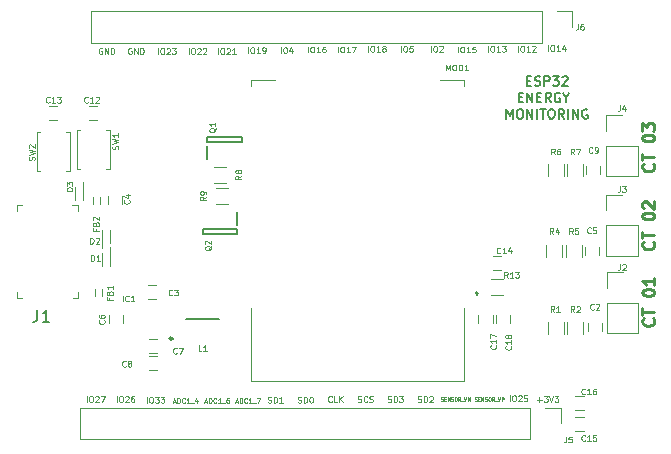
<source format=gbr>
G04 #@! TF.GenerationSoftware,KiCad,Pcbnew,(5.1.4)-1*
G04 #@! TF.CreationDate,2020-08-02T15:41:36-03:00*
G04 #@! TF.ProjectId,esp32_energy_monitor,65737033-325f-4656-9e65-7267795f6d6f,A*
G04 #@! TF.SameCoordinates,PX6d8d2a8PY639eee0*
G04 #@! TF.FileFunction,Legend,Top*
G04 #@! TF.FilePolarity,Positive*
%FSLAX46Y46*%
G04 Gerber Fmt 4.6, Leading zero omitted, Abs format (unit mm)*
G04 Created by KiCad (PCBNEW (5.1.4)-1) date 2020-08-02 15:41:36*
%MOMM*%
%LPD*%
G04 APERTURE LIST*
%ADD10C,0.125000*%
%ADD11C,0.075000*%
%ADD12C,0.100000*%
%ADD13C,0.200000*%
%ADD14C,0.250000*%
%ADD15C,0.120000*%
%ADD16C,0.150000*%
G04 APERTURE END LIST*
D10*
X43505547Y4409286D02*
X43886500Y4409286D01*
X43696023Y4218810D02*
X43696023Y4599762D01*
X44076976Y4718810D02*
X44386500Y4718810D01*
X44219833Y4528334D01*
X44291261Y4528334D01*
X44338880Y4504524D01*
X44362690Y4480715D01*
X44386500Y4433096D01*
X44386500Y4314048D01*
X44362690Y4266429D01*
X44338880Y4242620D01*
X44291261Y4218810D01*
X44148404Y4218810D01*
X44100785Y4242620D01*
X44076976Y4266429D01*
X44529357Y4718810D02*
X44696023Y4218810D01*
X44862690Y4718810D01*
X44981738Y4718810D02*
X45291261Y4718810D01*
X45124595Y4528334D01*
X45196023Y4528334D01*
X45243642Y4504524D01*
X45267452Y4480715D01*
X45291261Y4433096D01*
X45291261Y4314048D01*
X45267452Y4266429D01*
X45243642Y4242620D01*
X45196023Y4218810D01*
X45053166Y4218810D01*
X45005547Y4242620D01*
X44981738Y4266429D01*
X41171904Y4282310D02*
X41171904Y4782310D01*
X41505238Y4782310D02*
X41600476Y4782310D01*
X41648095Y4758500D01*
X41695714Y4710881D01*
X41719523Y4615643D01*
X41719523Y4448977D01*
X41695714Y4353739D01*
X41648095Y4306120D01*
X41600476Y4282310D01*
X41505238Y4282310D01*
X41457619Y4306120D01*
X41410000Y4353739D01*
X41386190Y4448977D01*
X41386190Y4615643D01*
X41410000Y4710881D01*
X41457619Y4758500D01*
X41505238Y4782310D01*
X41910000Y4734691D02*
X41933809Y4758500D01*
X41981428Y4782310D01*
X42100476Y4782310D01*
X42148095Y4758500D01*
X42171904Y4734691D01*
X42195714Y4687072D01*
X42195714Y4639453D01*
X42171904Y4568024D01*
X41886190Y4282310D01*
X42195714Y4282310D01*
X42648095Y4782310D02*
X42410000Y4782310D01*
X42386190Y4544215D01*
X42410000Y4568024D01*
X42457619Y4591834D01*
X42576666Y4591834D01*
X42624285Y4568024D01*
X42648095Y4544215D01*
X42671904Y4496596D01*
X42671904Y4377548D01*
X42648095Y4329929D01*
X42624285Y4306120D01*
X42576666Y4282310D01*
X42457619Y4282310D01*
X42410000Y4306120D01*
X42386190Y4329929D01*
D11*
X38212071Y4323572D02*
X38254928Y4309286D01*
X38326357Y4309286D01*
X38354928Y4323572D01*
X38369214Y4337858D01*
X38383500Y4366429D01*
X38383500Y4395000D01*
X38369214Y4423572D01*
X38354928Y4437858D01*
X38326357Y4452143D01*
X38269214Y4466429D01*
X38240642Y4480715D01*
X38226357Y4495000D01*
X38212071Y4523572D01*
X38212071Y4552143D01*
X38226357Y4580715D01*
X38240642Y4595000D01*
X38269214Y4609286D01*
X38340642Y4609286D01*
X38383500Y4595000D01*
X38512071Y4466429D02*
X38612071Y4466429D01*
X38654928Y4309286D02*
X38512071Y4309286D01*
X38512071Y4609286D01*
X38654928Y4609286D01*
X38783500Y4309286D02*
X38783500Y4609286D01*
X38954928Y4309286D01*
X38954928Y4609286D01*
X39083500Y4323572D02*
X39126357Y4309286D01*
X39197785Y4309286D01*
X39226357Y4323572D01*
X39240642Y4337858D01*
X39254928Y4366429D01*
X39254928Y4395000D01*
X39240642Y4423572D01*
X39226357Y4437858D01*
X39197785Y4452143D01*
X39140642Y4466429D01*
X39112071Y4480715D01*
X39097785Y4495000D01*
X39083500Y4523572D01*
X39083500Y4552143D01*
X39097785Y4580715D01*
X39112071Y4595000D01*
X39140642Y4609286D01*
X39212071Y4609286D01*
X39254928Y4595000D01*
X39440642Y4609286D02*
X39497785Y4609286D01*
X39526357Y4595000D01*
X39554928Y4566429D01*
X39569214Y4509286D01*
X39569214Y4409286D01*
X39554928Y4352143D01*
X39526357Y4323572D01*
X39497785Y4309286D01*
X39440642Y4309286D01*
X39412071Y4323572D01*
X39383500Y4352143D01*
X39369214Y4409286D01*
X39369214Y4509286D01*
X39383500Y4566429D01*
X39412071Y4595000D01*
X39440642Y4609286D01*
X39869214Y4309286D02*
X39769214Y4452143D01*
X39697785Y4309286D02*
X39697785Y4609286D01*
X39812071Y4609286D01*
X39840642Y4595000D01*
X39854928Y4580715D01*
X39869214Y4552143D01*
X39869214Y4509286D01*
X39854928Y4480715D01*
X39840642Y4466429D01*
X39812071Y4452143D01*
X39697785Y4452143D01*
X39926357Y4280715D02*
X40154928Y4280715D01*
X40183500Y4609286D02*
X40283500Y4309286D01*
X40383500Y4609286D01*
X40483500Y4309286D02*
X40483500Y4609286D01*
X40597785Y4609286D01*
X40626357Y4595000D01*
X40640642Y4580715D01*
X40654928Y4552143D01*
X40654928Y4509286D01*
X40640642Y4480715D01*
X40626357Y4466429D01*
X40597785Y4452143D01*
X40483500Y4452143D01*
X35347428Y4323572D02*
X35390285Y4309286D01*
X35461714Y4309286D01*
X35490285Y4323572D01*
X35504571Y4337858D01*
X35518857Y4366429D01*
X35518857Y4395000D01*
X35504571Y4423572D01*
X35490285Y4437858D01*
X35461714Y4452143D01*
X35404571Y4466429D01*
X35376000Y4480715D01*
X35361714Y4495000D01*
X35347428Y4523572D01*
X35347428Y4552143D01*
X35361714Y4580715D01*
X35376000Y4595000D01*
X35404571Y4609286D01*
X35476000Y4609286D01*
X35518857Y4595000D01*
X35647428Y4466429D02*
X35747428Y4466429D01*
X35790285Y4309286D02*
X35647428Y4309286D01*
X35647428Y4609286D01*
X35790285Y4609286D01*
X35918857Y4309286D02*
X35918857Y4609286D01*
X36090285Y4309286D01*
X36090285Y4609286D01*
X36218857Y4323572D02*
X36261714Y4309286D01*
X36333142Y4309286D01*
X36361714Y4323572D01*
X36376000Y4337858D01*
X36390285Y4366429D01*
X36390285Y4395000D01*
X36376000Y4423572D01*
X36361714Y4437858D01*
X36333142Y4452143D01*
X36276000Y4466429D01*
X36247428Y4480715D01*
X36233142Y4495000D01*
X36218857Y4523572D01*
X36218857Y4552143D01*
X36233142Y4580715D01*
X36247428Y4595000D01*
X36276000Y4609286D01*
X36347428Y4609286D01*
X36390285Y4595000D01*
X36576000Y4609286D02*
X36633142Y4609286D01*
X36661714Y4595000D01*
X36690285Y4566429D01*
X36704571Y4509286D01*
X36704571Y4409286D01*
X36690285Y4352143D01*
X36661714Y4323572D01*
X36633142Y4309286D01*
X36576000Y4309286D01*
X36547428Y4323572D01*
X36518857Y4352143D01*
X36504571Y4409286D01*
X36504571Y4509286D01*
X36518857Y4566429D01*
X36547428Y4595000D01*
X36576000Y4609286D01*
X37004571Y4309286D02*
X36904571Y4452143D01*
X36833142Y4309286D02*
X36833142Y4609286D01*
X36947428Y4609286D01*
X36976000Y4595000D01*
X36990285Y4580715D01*
X37004571Y4552143D01*
X37004571Y4509286D01*
X36990285Y4480715D01*
X36976000Y4466429D01*
X36947428Y4452143D01*
X36833142Y4452143D01*
X37061714Y4280715D02*
X37290285Y4280715D01*
X37318857Y4609286D02*
X37418857Y4309286D01*
X37518857Y4609286D01*
X37618857Y4309286D02*
X37618857Y4609286D01*
X37790285Y4309286D01*
X37790285Y4609286D01*
D10*
X33405047Y4242620D02*
X33476476Y4218810D01*
X33595523Y4218810D01*
X33643142Y4242620D01*
X33666952Y4266429D01*
X33690761Y4314048D01*
X33690761Y4361667D01*
X33666952Y4409286D01*
X33643142Y4433096D01*
X33595523Y4456905D01*
X33500285Y4480715D01*
X33452666Y4504524D01*
X33428857Y4528334D01*
X33405047Y4575953D01*
X33405047Y4623572D01*
X33428857Y4671191D01*
X33452666Y4695000D01*
X33500285Y4718810D01*
X33619333Y4718810D01*
X33690761Y4695000D01*
X33905047Y4218810D02*
X33905047Y4718810D01*
X34024095Y4718810D01*
X34095523Y4695000D01*
X34143142Y4647381D01*
X34166952Y4599762D01*
X34190761Y4504524D01*
X34190761Y4433096D01*
X34166952Y4337858D01*
X34143142Y4290239D01*
X34095523Y4242620D01*
X34024095Y4218810D01*
X33905047Y4218810D01*
X34381238Y4671191D02*
X34405047Y4695000D01*
X34452666Y4718810D01*
X34571714Y4718810D01*
X34619333Y4695000D01*
X34643142Y4671191D01*
X34666952Y4623572D01*
X34666952Y4575953D01*
X34643142Y4504524D01*
X34357428Y4218810D01*
X34666952Y4218810D01*
X30865047Y4242620D02*
X30936476Y4218810D01*
X31055523Y4218810D01*
X31103142Y4242620D01*
X31126952Y4266429D01*
X31150761Y4314048D01*
X31150761Y4361667D01*
X31126952Y4409286D01*
X31103142Y4433096D01*
X31055523Y4456905D01*
X30960285Y4480715D01*
X30912666Y4504524D01*
X30888857Y4528334D01*
X30865047Y4575953D01*
X30865047Y4623572D01*
X30888857Y4671191D01*
X30912666Y4695000D01*
X30960285Y4718810D01*
X31079333Y4718810D01*
X31150761Y4695000D01*
X31365047Y4218810D02*
X31365047Y4718810D01*
X31484095Y4718810D01*
X31555523Y4695000D01*
X31603142Y4647381D01*
X31626952Y4599762D01*
X31650761Y4504524D01*
X31650761Y4433096D01*
X31626952Y4337858D01*
X31603142Y4290239D01*
X31555523Y4242620D01*
X31484095Y4218810D01*
X31365047Y4218810D01*
X31817428Y4718810D02*
X32126952Y4718810D01*
X31960285Y4528334D01*
X32031714Y4528334D01*
X32079333Y4504524D01*
X32103142Y4480715D01*
X32126952Y4433096D01*
X32126952Y4314048D01*
X32103142Y4266429D01*
X32079333Y4242620D01*
X32031714Y4218810D01*
X31888857Y4218810D01*
X31841238Y4242620D01*
X31817428Y4266429D01*
X28325047Y4242620D02*
X28396476Y4218810D01*
X28515523Y4218810D01*
X28563142Y4242620D01*
X28586952Y4266429D01*
X28610761Y4314048D01*
X28610761Y4361667D01*
X28586952Y4409286D01*
X28563142Y4433096D01*
X28515523Y4456905D01*
X28420285Y4480715D01*
X28372666Y4504524D01*
X28348857Y4528334D01*
X28325047Y4575953D01*
X28325047Y4623572D01*
X28348857Y4671191D01*
X28372666Y4695000D01*
X28420285Y4718810D01*
X28539333Y4718810D01*
X28610761Y4695000D01*
X29110761Y4266429D02*
X29086952Y4242620D01*
X29015523Y4218810D01*
X28967904Y4218810D01*
X28896476Y4242620D01*
X28848857Y4290239D01*
X28825047Y4337858D01*
X28801238Y4433096D01*
X28801238Y4504524D01*
X28825047Y4599762D01*
X28848857Y4647381D01*
X28896476Y4695000D01*
X28967904Y4718810D01*
X29015523Y4718810D01*
X29086952Y4695000D01*
X29110761Y4671191D01*
X29301238Y4242620D02*
X29372666Y4218810D01*
X29491714Y4218810D01*
X29539333Y4242620D01*
X29563142Y4266429D01*
X29586952Y4314048D01*
X29586952Y4361667D01*
X29563142Y4409286D01*
X29539333Y4433096D01*
X29491714Y4456905D01*
X29396476Y4480715D01*
X29348857Y4504524D01*
X29325047Y4528334D01*
X29301238Y4575953D01*
X29301238Y4623572D01*
X29325047Y4671191D01*
X29348857Y4695000D01*
X29396476Y4718810D01*
X29515523Y4718810D01*
X29586952Y4695000D01*
X26118380Y4266429D02*
X26094571Y4242620D01*
X26023142Y4218810D01*
X25975523Y4218810D01*
X25904095Y4242620D01*
X25856476Y4290239D01*
X25832666Y4337858D01*
X25808857Y4433096D01*
X25808857Y4504524D01*
X25832666Y4599762D01*
X25856476Y4647381D01*
X25904095Y4695000D01*
X25975523Y4718810D01*
X26023142Y4718810D01*
X26094571Y4695000D01*
X26118380Y4671191D01*
X26570761Y4218810D02*
X26332666Y4218810D01*
X26332666Y4718810D01*
X26737428Y4218810D02*
X26737428Y4718810D01*
X27023142Y4218810D02*
X26808857Y4504524D01*
X27023142Y4718810D02*
X26737428Y4433096D01*
X23245047Y4179120D02*
X23316476Y4155310D01*
X23435523Y4155310D01*
X23483142Y4179120D01*
X23506952Y4202929D01*
X23530761Y4250548D01*
X23530761Y4298167D01*
X23506952Y4345786D01*
X23483142Y4369596D01*
X23435523Y4393405D01*
X23340285Y4417215D01*
X23292666Y4441024D01*
X23268857Y4464834D01*
X23245047Y4512453D01*
X23245047Y4560072D01*
X23268857Y4607691D01*
X23292666Y4631500D01*
X23340285Y4655310D01*
X23459333Y4655310D01*
X23530761Y4631500D01*
X23745047Y4155310D02*
X23745047Y4655310D01*
X23864095Y4655310D01*
X23935523Y4631500D01*
X23983142Y4583881D01*
X24006952Y4536262D01*
X24030761Y4441024D01*
X24030761Y4369596D01*
X24006952Y4274358D01*
X23983142Y4226739D01*
X23935523Y4179120D01*
X23864095Y4155310D01*
X23745047Y4155310D01*
X24340285Y4655310D02*
X24387904Y4655310D01*
X24435523Y4631500D01*
X24459333Y4607691D01*
X24483142Y4560072D01*
X24506952Y4464834D01*
X24506952Y4345786D01*
X24483142Y4250548D01*
X24459333Y4202929D01*
X24435523Y4179120D01*
X24387904Y4155310D01*
X24340285Y4155310D01*
X24292666Y4179120D01*
X24268857Y4202929D01*
X24245047Y4250548D01*
X24221238Y4345786D01*
X24221238Y4464834D01*
X24245047Y4560072D01*
X24268857Y4607691D01*
X24292666Y4631500D01*
X24340285Y4655310D01*
X20705047Y4179120D02*
X20776476Y4155310D01*
X20895523Y4155310D01*
X20943142Y4179120D01*
X20966952Y4202929D01*
X20990761Y4250548D01*
X20990761Y4298167D01*
X20966952Y4345786D01*
X20943142Y4369596D01*
X20895523Y4393405D01*
X20800285Y4417215D01*
X20752666Y4441024D01*
X20728857Y4464834D01*
X20705047Y4512453D01*
X20705047Y4560072D01*
X20728857Y4607691D01*
X20752666Y4631500D01*
X20800285Y4655310D01*
X20919333Y4655310D01*
X20990761Y4631500D01*
X21205047Y4155310D02*
X21205047Y4655310D01*
X21324095Y4655310D01*
X21395523Y4631500D01*
X21443142Y4583881D01*
X21466952Y4536262D01*
X21490761Y4441024D01*
X21490761Y4369596D01*
X21466952Y4274358D01*
X21443142Y4226739D01*
X21395523Y4179120D01*
X21324095Y4155310D01*
X21205047Y4155310D01*
X21966952Y4155310D02*
X21681238Y4155310D01*
X21824095Y4155310D02*
X21824095Y4655310D01*
X21776476Y4583881D01*
X21728857Y4536262D01*
X21681238Y4512453D01*
D12*
X17957928Y4251334D02*
X18148404Y4251334D01*
X17919833Y4137048D02*
X18053166Y4537048D01*
X18186500Y4137048D01*
X18319833Y4137048D02*
X18319833Y4537048D01*
X18415071Y4537048D01*
X18472214Y4518000D01*
X18510309Y4479905D01*
X18529357Y4441810D01*
X18548404Y4365620D01*
X18548404Y4308477D01*
X18529357Y4232286D01*
X18510309Y4194191D01*
X18472214Y4156096D01*
X18415071Y4137048D01*
X18319833Y4137048D01*
X18948404Y4175143D02*
X18929357Y4156096D01*
X18872214Y4137048D01*
X18834119Y4137048D01*
X18776976Y4156096D01*
X18738880Y4194191D01*
X18719833Y4232286D01*
X18700785Y4308477D01*
X18700785Y4365620D01*
X18719833Y4441810D01*
X18738880Y4479905D01*
X18776976Y4518000D01*
X18834119Y4537048D01*
X18872214Y4537048D01*
X18929357Y4518000D01*
X18948404Y4498953D01*
X19329357Y4137048D02*
X19100785Y4137048D01*
X19215071Y4137048D02*
X19215071Y4537048D01*
X19176976Y4479905D01*
X19138880Y4441810D01*
X19100785Y4422762D01*
X19405547Y4098953D02*
X19710309Y4098953D01*
X19767452Y4537048D02*
X20034119Y4537048D01*
X19862690Y4137048D01*
X15354428Y4251334D02*
X15544904Y4251334D01*
X15316333Y4137048D02*
X15449666Y4537048D01*
X15583000Y4137048D01*
X15716333Y4137048D02*
X15716333Y4537048D01*
X15811571Y4537048D01*
X15868714Y4518000D01*
X15906809Y4479905D01*
X15925857Y4441810D01*
X15944904Y4365620D01*
X15944904Y4308477D01*
X15925857Y4232286D01*
X15906809Y4194191D01*
X15868714Y4156096D01*
X15811571Y4137048D01*
X15716333Y4137048D01*
X16344904Y4175143D02*
X16325857Y4156096D01*
X16268714Y4137048D01*
X16230619Y4137048D01*
X16173476Y4156096D01*
X16135380Y4194191D01*
X16116333Y4232286D01*
X16097285Y4308477D01*
X16097285Y4365620D01*
X16116333Y4441810D01*
X16135380Y4479905D01*
X16173476Y4518000D01*
X16230619Y4537048D01*
X16268714Y4537048D01*
X16325857Y4518000D01*
X16344904Y4498953D01*
X16725857Y4137048D02*
X16497285Y4137048D01*
X16611571Y4137048D02*
X16611571Y4537048D01*
X16573476Y4479905D01*
X16535380Y4441810D01*
X16497285Y4422762D01*
X16802047Y4098953D02*
X17106809Y4098953D01*
X17373476Y4537048D02*
X17297285Y4537048D01*
X17259190Y4518000D01*
X17240142Y4498953D01*
X17202047Y4441810D01*
X17183000Y4365620D01*
X17183000Y4213239D01*
X17202047Y4175143D01*
X17221095Y4156096D01*
X17259190Y4137048D01*
X17335380Y4137048D01*
X17373476Y4156096D01*
X17392523Y4175143D01*
X17411571Y4213239D01*
X17411571Y4308477D01*
X17392523Y4346572D01*
X17373476Y4365620D01*
X17335380Y4384667D01*
X17259190Y4384667D01*
X17221095Y4365620D01*
X17202047Y4346572D01*
X17183000Y4308477D01*
X12687428Y4251334D02*
X12877904Y4251334D01*
X12649333Y4137048D02*
X12782666Y4537048D01*
X12916000Y4137048D01*
X13049333Y4137048D02*
X13049333Y4537048D01*
X13144571Y4537048D01*
X13201714Y4518000D01*
X13239809Y4479905D01*
X13258857Y4441810D01*
X13277904Y4365620D01*
X13277904Y4308477D01*
X13258857Y4232286D01*
X13239809Y4194191D01*
X13201714Y4156096D01*
X13144571Y4137048D01*
X13049333Y4137048D01*
X13677904Y4175143D02*
X13658857Y4156096D01*
X13601714Y4137048D01*
X13563619Y4137048D01*
X13506476Y4156096D01*
X13468380Y4194191D01*
X13449333Y4232286D01*
X13430285Y4308477D01*
X13430285Y4365620D01*
X13449333Y4441810D01*
X13468380Y4479905D01*
X13506476Y4518000D01*
X13563619Y4537048D01*
X13601714Y4537048D01*
X13658857Y4518000D01*
X13677904Y4498953D01*
X14058857Y4137048D02*
X13830285Y4137048D01*
X13944571Y4137048D02*
X13944571Y4537048D01*
X13906476Y4479905D01*
X13868380Y4441810D01*
X13830285Y4422762D01*
X14135047Y4098953D02*
X14439809Y4098953D01*
X14706476Y4403715D02*
X14706476Y4137048D01*
X14611238Y4556096D02*
X14516000Y4270381D01*
X14763619Y4270381D01*
D10*
X10437904Y4155310D02*
X10437904Y4655310D01*
X10771238Y4655310D02*
X10866476Y4655310D01*
X10914095Y4631500D01*
X10961714Y4583881D01*
X10985523Y4488643D01*
X10985523Y4321977D01*
X10961714Y4226739D01*
X10914095Y4179120D01*
X10866476Y4155310D01*
X10771238Y4155310D01*
X10723619Y4179120D01*
X10676000Y4226739D01*
X10652190Y4321977D01*
X10652190Y4488643D01*
X10676000Y4583881D01*
X10723619Y4631500D01*
X10771238Y4655310D01*
X11152190Y4655310D02*
X11461714Y4655310D01*
X11295047Y4464834D01*
X11366476Y4464834D01*
X11414095Y4441024D01*
X11437904Y4417215D01*
X11461714Y4369596D01*
X11461714Y4250548D01*
X11437904Y4202929D01*
X11414095Y4179120D01*
X11366476Y4155310D01*
X11223619Y4155310D01*
X11176000Y4179120D01*
X11152190Y4202929D01*
X11628380Y4655310D02*
X11937904Y4655310D01*
X11771238Y4464834D01*
X11842666Y4464834D01*
X11890285Y4441024D01*
X11914095Y4417215D01*
X11937904Y4369596D01*
X11937904Y4250548D01*
X11914095Y4202929D01*
X11890285Y4179120D01*
X11842666Y4155310D01*
X11699809Y4155310D01*
X11652190Y4179120D01*
X11628380Y4202929D01*
X7897904Y4218810D02*
X7897904Y4718810D01*
X8231238Y4718810D02*
X8326476Y4718810D01*
X8374095Y4695000D01*
X8421714Y4647381D01*
X8445523Y4552143D01*
X8445523Y4385477D01*
X8421714Y4290239D01*
X8374095Y4242620D01*
X8326476Y4218810D01*
X8231238Y4218810D01*
X8183619Y4242620D01*
X8136000Y4290239D01*
X8112190Y4385477D01*
X8112190Y4552143D01*
X8136000Y4647381D01*
X8183619Y4695000D01*
X8231238Y4718810D01*
X8636000Y4671191D02*
X8659809Y4695000D01*
X8707428Y4718810D01*
X8826476Y4718810D01*
X8874095Y4695000D01*
X8897904Y4671191D01*
X8921714Y4623572D01*
X8921714Y4575953D01*
X8897904Y4504524D01*
X8612190Y4218810D01*
X8921714Y4218810D01*
X9350285Y4718810D02*
X9255047Y4718810D01*
X9207428Y4695000D01*
X9183619Y4671191D01*
X9136000Y4599762D01*
X9112190Y4504524D01*
X9112190Y4314048D01*
X9136000Y4266429D01*
X9159809Y4242620D01*
X9207428Y4218810D01*
X9302666Y4218810D01*
X9350285Y4242620D01*
X9374095Y4266429D01*
X9397904Y4314048D01*
X9397904Y4433096D01*
X9374095Y4480715D01*
X9350285Y4504524D01*
X9302666Y4528334D01*
X9207428Y4528334D01*
X9159809Y4504524D01*
X9136000Y4480715D01*
X9112190Y4433096D01*
X5357904Y4218810D02*
X5357904Y4718810D01*
X5691238Y4718810D02*
X5786476Y4718810D01*
X5834095Y4695000D01*
X5881714Y4647381D01*
X5905523Y4552143D01*
X5905523Y4385477D01*
X5881714Y4290239D01*
X5834095Y4242620D01*
X5786476Y4218810D01*
X5691238Y4218810D01*
X5643619Y4242620D01*
X5596000Y4290239D01*
X5572190Y4385477D01*
X5572190Y4552143D01*
X5596000Y4647381D01*
X5643619Y4695000D01*
X5691238Y4718810D01*
X6096000Y4671191D02*
X6119809Y4695000D01*
X6167428Y4718810D01*
X6286476Y4718810D01*
X6334095Y4695000D01*
X6357904Y4671191D01*
X6381714Y4623572D01*
X6381714Y4575953D01*
X6357904Y4504524D01*
X6072190Y4218810D01*
X6381714Y4218810D01*
X6548380Y4718810D02*
X6881714Y4718810D01*
X6667428Y4218810D01*
X44410404Y33936810D02*
X44410404Y34436810D01*
X44743738Y34436810D02*
X44838976Y34436810D01*
X44886595Y34413000D01*
X44934214Y34365381D01*
X44958023Y34270143D01*
X44958023Y34103477D01*
X44934214Y34008239D01*
X44886595Y33960620D01*
X44838976Y33936810D01*
X44743738Y33936810D01*
X44696119Y33960620D01*
X44648500Y34008239D01*
X44624690Y34103477D01*
X44624690Y34270143D01*
X44648500Y34365381D01*
X44696119Y34413000D01*
X44743738Y34436810D01*
X45434214Y33936810D02*
X45148500Y33936810D01*
X45291357Y33936810D02*
X45291357Y34436810D01*
X45243738Y34365381D01*
X45196119Y34317762D01*
X45148500Y34293953D01*
X45862785Y34270143D02*
X45862785Y33936810D01*
X45743738Y34460620D02*
X45624690Y34103477D01*
X45934214Y34103477D01*
X41870404Y33873310D02*
X41870404Y34373310D01*
X42203738Y34373310D02*
X42298976Y34373310D01*
X42346595Y34349500D01*
X42394214Y34301881D01*
X42418023Y34206643D01*
X42418023Y34039977D01*
X42394214Y33944739D01*
X42346595Y33897120D01*
X42298976Y33873310D01*
X42203738Y33873310D01*
X42156119Y33897120D01*
X42108500Y33944739D01*
X42084690Y34039977D01*
X42084690Y34206643D01*
X42108500Y34301881D01*
X42156119Y34349500D01*
X42203738Y34373310D01*
X42894214Y33873310D02*
X42608500Y33873310D01*
X42751357Y33873310D02*
X42751357Y34373310D01*
X42703738Y34301881D01*
X42656119Y34254262D01*
X42608500Y34230453D01*
X43084690Y34325691D02*
X43108500Y34349500D01*
X43156119Y34373310D01*
X43275166Y34373310D01*
X43322785Y34349500D01*
X43346595Y34325691D01*
X43370404Y34278072D01*
X43370404Y34230453D01*
X43346595Y34159024D01*
X43060880Y33873310D01*
X43370404Y33873310D01*
X39330404Y33873310D02*
X39330404Y34373310D01*
X39663738Y34373310D02*
X39758976Y34373310D01*
X39806595Y34349500D01*
X39854214Y34301881D01*
X39878023Y34206643D01*
X39878023Y34039977D01*
X39854214Y33944739D01*
X39806595Y33897120D01*
X39758976Y33873310D01*
X39663738Y33873310D01*
X39616119Y33897120D01*
X39568500Y33944739D01*
X39544690Y34039977D01*
X39544690Y34206643D01*
X39568500Y34301881D01*
X39616119Y34349500D01*
X39663738Y34373310D01*
X40354214Y33873310D02*
X40068500Y33873310D01*
X40211357Y33873310D02*
X40211357Y34373310D01*
X40163738Y34301881D01*
X40116119Y34254262D01*
X40068500Y34230453D01*
X40520880Y34373310D02*
X40830404Y34373310D01*
X40663738Y34182834D01*
X40735166Y34182834D01*
X40782785Y34159024D01*
X40806595Y34135215D01*
X40830404Y34087596D01*
X40830404Y33968548D01*
X40806595Y33920929D01*
X40782785Y33897120D01*
X40735166Y33873310D01*
X40592309Y33873310D01*
X40544690Y33897120D01*
X40520880Y33920929D01*
X36790404Y33809810D02*
X36790404Y34309810D01*
X37123738Y34309810D02*
X37218976Y34309810D01*
X37266595Y34286000D01*
X37314214Y34238381D01*
X37338023Y34143143D01*
X37338023Y33976477D01*
X37314214Y33881239D01*
X37266595Y33833620D01*
X37218976Y33809810D01*
X37123738Y33809810D01*
X37076119Y33833620D01*
X37028500Y33881239D01*
X37004690Y33976477D01*
X37004690Y34143143D01*
X37028500Y34238381D01*
X37076119Y34286000D01*
X37123738Y34309810D01*
X37814214Y33809810D02*
X37528500Y33809810D01*
X37671357Y33809810D02*
X37671357Y34309810D01*
X37623738Y34238381D01*
X37576119Y34190762D01*
X37528500Y34166953D01*
X38266595Y34309810D02*
X38028500Y34309810D01*
X38004690Y34071715D01*
X38028500Y34095524D01*
X38076119Y34119334D01*
X38195166Y34119334D01*
X38242785Y34095524D01*
X38266595Y34071715D01*
X38290404Y34024096D01*
X38290404Y33905048D01*
X38266595Y33857429D01*
X38242785Y33833620D01*
X38195166Y33809810D01*
X38076119Y33809810D01*
X38028500Y33833620D01*
X38004690Y33857429D01*
X34488500Y33873310D02*
X34488500Y34373310D01*
X34821833Y34373310D02*
X34917071Y34373310D01*
X34964690Y34349500D01*
X35012309Y34301881D01*
X35036119Y34206643D01*
X35036119Y34039977D01*
X35012309Y33944739D01*
X34964690Y33897120D01*
X34917071Y33873310D01*
X34821833Y33873310D01*
X34774214Y33897120D01*
X34726595Y33944739D01*
X34702785Y34039977D01*
X34702785Y34206643D01*
X34726595Y34301881D01*
X34774214Y34349500D01*
X34821833Y34373310D01*
X35226595Y34325691D02*
X35250404Y34349500D01*
X35298023Y34373310D01*
X35417071Y34373310D01*
X35464690Y34349500D01*
X35488500Y34325691D01*
X35512309Y34278072D01*
X35512309Y34230453D01*
X35488500Y34159024D01*
X35202785Y33873310D01*
X35512309Y33873310D01*
X31948500Y33873310D02*
X31948500Y34373310D01*
X32281833Y34373310D02*
X32377071Y34373310D01*
X32424690Y34349500D01*
X32472309Y34301881D01*
X32496119Y34206643D01*
X32496119Y34039977D01*
X32472309Y33944739D01*
X32424690Y33897120D01*
X32377071Y33873310D01*
X32281833Y33873310D01*
X32234214Y33897120D01*
X32186595Y33944739D01*
X32162785Y34039977D01*
X32162785Y34206643D01*
X32186595Y34301881D01*
X32234214Y34349500D01*
X32281833Y34373310D01*
X32948500Y34373310D02*
X32710404Y34373310D01*
X32686595Y34135215D01*
X32710404Y34159024D01*
X32758023Y34182834D01*
X32877071Y34182834D01*
X32924690Y34159024D01*
X32948500Y34135215D01*
X32972309Y34087596D01*
X32972309Y33968548D01*
X32948500Y33920929D01*
X32924690Y33897120D01*
X32877071Y33873310D01*
X32758023Y33873310D01*
X32710404Y33897120D01*
X32686595Y33920929D01*
X29170404Y33873310D02*
X29170404Y34373310D01*
X29503738Y34373310D02*
X29598976Y34373310D01*
X29646595Y34349500D01*
X29694214Y34301881D01*
X29718023Y34206643D01*
X29718023Y34039977D01*
X29694214Y33944739D01*
X29646595Y33897120D01*
X29598976Y33873310D01*
X29503738Y33873310D01*
X29456119Y33897120D01*
X29408500Y33944739D01*
X29384690Y34039977D01*
X29384690Y34206643D01*
X29408500Y34301881D01*
X29456119Y34349500D01*
X29503738Y34373310D01*
X30194214Y33873310D02*
X29908500Y33873310D01*
X30051357Y33873310D02*
X30051357Y34373310D01*
X30003738Y34301881D01*
X29956119Y34254262D01*
X29908500Y34230453D01*
X30479928Y34159024D02*
X30432309Y34182834D01*
X30408500Y34206643D01*
X30384690Y34254262D01*
X30384690Y34278072D01*
X30408500Y34325691D01*
X30432309Y34349500D01*
X30479928Y34373310D01*
X30575166Y34373310D01*
X30622785Y34349500D01*
X30646595Y34325691D01*
X30670404Y34278072D01*
X30670404Y34254262D01*
X30646595Y34206643D01*
X30622785Y34182834D01*
X30575166Y34159024D01*
X30479928Y34159024D01*
X30432309Y34135215D01*
X30408500Y34111405D01*
X30384690Y34063786D01*
X30384690Y33968548D01*
X30408500Y33920929D01*
X30432309Y33897120D01*
X30479928Y33873310D01*
X30575166Y33873310D01*
X30622785Y33897120D01*
X30646595Y33920929D01*
X30670404Y33968548D01*
X30670404Y34063786D01*
X30646595Y34111405D01*
X30622785Y34135215D01*
X30575166Y34159024D01*
X26630404Y33809810D02*
X26630404Y34309810D01*
X26963738Y34309810D02*
X27058976Y34309810D01*
X27106595Y34286000D01*
X27154214Y34238381D01*
X27178023Y34143143D01*
X27178023Y33976477D01*
X27154214Y33881239D01*
X27106595Y33833620D01*
X27058976Y33809810D01*
X26963738Y33809810D01*
X26916119Y33833620D01*
X26868500Y33881239D01*
X26844690Y33976477D01*
X26844690Y34143143D01*
X26868500Y34238381D01*
X26916119Y34286000D01*
X26963738Y34309810D01*
X27654214Y33809810D02*
X27368500Y33809810D01*
X27511357Y33809810D02*
X27511357Y34309810D01*
X27463738Y34238381D01*
X27416119Y34190762D01*
X27368500Y34166953D01*
X27820880Y34309810D02*
X28154214Y34309810D01*
X27939928Y33809810D01*
X24090404Y33809810D02*
X24090404Y34309810D01*
X24423738Y34309810D02*
X24518976Y34309810D01*
X24566595Y34286000D01*
X24614214Y34238381D01*
X24638023Y34143143D01*
X24638023Y33976477D01*
X24614214Y33881239D01*
X24566595Y33833620D01*
X24518976Y33809810D01*
X24423738Y33809810D01*
X24376119Y33833620D01*
X24328500Y33881239D01*
X24304690Y33976477D01*
X24304690Y34143143D01*
X24328500Y34238381D01*
X24376119Y34286000D01*
X24423738Y34309810D01*
X25114214Y33809810D02*
X24828500Y33809810D01*
X24971357Y33809810D02*
X24971357Y34309810D01*
X24923738Y34238381D01*
X24876119Y34190762D01*
X24828500Y34166953D01*
X25542785Y34309810D02*
X25447547Y34309810D01*
X25399928Y34286000D01*
X25376119Y34262191D01*
X25328500Y34190762D01*
X25304690Y34095524D01*
X25304690Y33905048D01*
X25328500Y33857429D01*
X25352309Y33833620D01*
X25399928Y33809810D01*
X25495166Y33809810D01*
X25542785Y33833620D01*
X25566595Y33857429D01*
X25590404Y33905048D01*
X25590404Y34024096D01*
X25566595Y34071715D01*
X25542785Y34095524D01*
X25495166Y34119334D01*
X25399928Y34119334D01*
X25352309Y34095524D01*
X25328500Y34071715D01*
X25304690Y34024096D01*
X21788500Y33746310D02*
X21788500Y34246310D01*
X22121833Y34246310D02*
X22217071Y34246310D01*
X22264690Y34222500D01*
X22312309Y34174881D01*
X22336119Y34079643D01*
X22336119Y33912977D01*
X22312309Y33817739D01*
X22264690Y33770120D01*
X22217071Y33746310D01*
X22121833Y33746310D01*
X22074214Y33770120D01*
X22026595Y33817739D01*
X22002785Y33912977D01*
X22002785Y34079643D01*
X22026595Y34174881D01*
X22074214Y34222500D01*
X22121833Y34246310D01*
X22764690Y34079643D02*
X22764690Y33746310D01*
X22645642Y34270120D02*
X22526595Y33912977D01*
X22836119Y33912977D01*
X19010404Y33746310D02*
X19010404Y34246310D01*
X19343738Y34246310D02*
X19438976Y34246310D01*
X19486595Y34222500D01*
X19534214Y34174881D01*
X19558023Y34079643D01*
X19558023Y33912977D01*
X19534214Y33817739D01*
X19486595Y33770120D01*
X19438976Y33746310D01*
X19343738Y33746310D01*
X19296119Y33770120D01*
X19248500Y33817739D01*
X19224690Y33912977D01*
X19224690Y34079643D01*
X19248500Y34174881D01*
X19296119Y34222500D01*
X19343738Y34246310D01*
X20034214Y33746310D02*
X19748500Y33746310D01*
X19891357Y33746310D02*
X19891357Y34246310D01*
X19843738Y34174881D01*
X19796119Y34127262D01*
X19748500Y34103453D01*
X20272309Y33746310D02*
X20367547Y33746310D01*
X20415166Y33770120D01*
X20438976Y33793929D01*
X20486595Y33865358D01*
X20510404Y33960596D01*
X20510404Y34151072D01*
X20486595Y34198691D01*
X20462785Y34222500D01*
X20415166Y34246310D01*
X20319928Y34246310D01*
X20272309Y34222500D01*
X20248500Y34198691D01*
X20224690Y34151072D01*
X20224690Y34032024D01*
X20248500Y33984405D01*
X20272309Y33960596D01*
X20319928Y33936786D01*
X20415166Y33936786D01*
X20462785Y33960596D01*
X20486595Y33984405D01*
X20510404Y34032024D01*
X16470404Y33682810D02*
X16470404Y34182810D01*
X16803738Y34182810D02*
X16898976Y34182810D01*
X16946595Y34159000D01*
X16994214Y34111381D01*
X17018023Y34016143D01*
X17018023Y33849477D01*
X16994214Y33754239D01*
X16946595Y33706620D01*
X16898976Y33682810D01*
X16803738Y33682810D01*
X16756119Y33706620D01*
X16708500Y33754239D01*
X16684690Y33849477D01*
X16684690Y34016143D01*
X16708500Y34111381D01*
X16756119Y34159000D01*
X16803738Y34182810D01*
X17208500Y34135191D02*
X17232309Y34159000D01*
X17279928Y34182810D01*
X17398976Y34182810D01*
X17446595Y34159000D01*
X17470404Y34135191D01*
X17494214Y34087572D01*
X17494214Y34039953D01*
X17470404Y33968524D01*
X17184690Y33682810D01*
X17494214Y33682810D01*
X17970404Y33682810D02*
X17684690Y33682810D01*
X17827547Y33682810D02*
X17827547Y34182810D01*
X17779928Y34111381D01*
X17732309Y34063762D01*
X17684690Y34039953D01*
X13993904Y33682810D02*
X13993904Y34182810D01*
X14327238Y34182810D02*
X14422476Y34182810D01*
X14470095Y34159000D01*
X14517714Y34111381D01*
X14541523Y34016143D01*
X14541523Y33849477D01*
X14517714Y33754239D01*
X14470095Y33706620D01*
X14422476Y33682810D01*
X14327238Y33682810D01*
X14279619Y33706620D01*
X14232000Y33754239D01*
X14208190Y33849477D01*
X14208190Y34016143D01*
X14232000Y34111381D01*
X14279619Y34159000D01*
X14327238Y34182810D01*
X14732000Y34135191D02*
X14755809Y34159000D01*
X14803428Y34182810D01*
X14922476Y34182810D01*
X14970095Y34159000D01*
X14993904Y34135191D01*
X15017714Y34087572D01*
X15017714Y34039953D01*
X14993904Y33968524D01*
X14708190Y33682810D01*
X15017714Y33682810D01*
X15208190Y34135191D02*
X15232000Y34159000D01*
X15279619Y34182810D01*
X15398666Y34182810D01*
X15446285Y34159000D01*
X15470095Y34135191D01*
X15493904Y34087572D01*
X15493904Y34039953D01*
X15470095Y33968524D01*
X15184380Y33682810D01*
X15493904Y33682810D01*
X11390404Y33682810D02*
X11390404Y34182810D01*
X11723738Y34182810D02*
X11818976Y34182810D01*
X11866595Y34159000D01*
X11914214Y34111381D01*
X11938023Y34016143D01*
X11938023Y33849477D01*
X11914214Y33754239D01*
X11866595Y33706620D01*
X11818976Y33682810D01*
X11723738Y33682810D01*
X11676119Y33706620D01*
X11628500Y33754239D01*
X11604690Y33849477D01*
X11604690Y34016143D01*
X11628500Y34111381D01*
X11676119Y34159000D01*
X11723738Y34182810D01*
X12128500Y34135191D02*
X12152309Y34159000D01*
X12199928Y34182810D01*
X12318976Y34182810D01*
X12366595Y34159000D01*
X12390404Y34135191D01*
X12414214Y34087572D01*
X12414214Y34039953D01*
X12390404Y33968524D01*
X12104690Y33682810D01*
X12414214Y33682810D01*
X12580880Y34182810D02*
X12890404Y34182810D01*
X12723738Y33992334D01*
X12795166Y33992334D01*
X12842785Y33968524D01*
X12866595Y33944715D01*
X12890404Y33897096D01*
X12890404Y33778048D01*
X12866595Y33730429D01*
X12842785Y33706620D01*
X12795166Y33682810D01*
X12652309Y33682810D01*
X12604690Y33706620D01*
X12580880Y33730429D01*
X9144047Y34159000D02*
X9096428Y34182810D01*
X9025000Y34182810D01*
X8953571Y34159000D01*
X8905952Y34111381D01*
X8882142Y34063762D01*
X8858333Y33968524D01*
X8858333Y33897096D01*
X8882142Y33801858D01*
X8905952Y33754239D01*
X8953571Y33706620D01*
X9025000Y33682810D01*
X9072619Y33682810D01*
X9144047Y33706620D01*
X9167857Y33730429D01*
X9167857Y33897096D01*
X9072619Y33897096D01*
X9382142Y33682810D02*
X9382142Y34182810D01*
X9667857Y33682810D01*
X9667857Y34182810D01*
X9905952Y33682810D02*
X9905952Y34182810D01*
X10025000Y34182810D01*
X10096428Y34159000D01*
X10144047Y34111381D01*
X10167857Y34063762D01*
X10191666Y33968524D01*
X10191666Y33897096D01*
X10167857Y33801858D01*
X10144047Y33754239D01*
X10096428Y33706620D01*
X10025000Y33682810D01*
X9905952Y33682810D01*
X6667547Y34159000D02*
X6619928Y34182810D01*
X6548500Y34182810D01*
X6477071Y34159000D01*
X6429452Y34111381D01*
X6405642Y34063762D01*
X6381833Y33968524D01*
X6381833Y33897096D01*
X6405642Y33801858D01*
X6429452Y33754239D01*
X6477071Y33706620D01*
X6548500Y33682810D01*
X6596119Y33682810D01*
X6667547Y33706620D01*
X6691357Y33730429D01*
X6691357Y33897096D01*
X6596119Y33897096D01*
X6905642Y33682810D02*
X6905642Y34182810D01*
X7191357Y33682810D01*
X7191357Y34182810D01*
X7429452Y33682810D02*
X7429452Y34182810D01*
X7548500Y34182810D01*
X7619928Y34159000D01*
X7667547Y34111381D01*
X7691357Y34063762D01*
X7715166Y33968524D01*
X7715166Y33897096D01*
X7691357Y33801858D01*
X7667547Y33754239D01*
X7619928Y33706620D01*
X7548500Y33682810D01*
X7429452Y33682810D01*
D13*
X42608714Y31429143D02*
X42875380Y31429143D01*
X42989666Y31010096D02*
X42608714Y31010096D01*
X42608714Y31810096D01*
X42989666Y31810096D01*
X43294428Y31048191D02*
X43408714Y31010096D01*
X43599190Y31010096D01*
X43675380Y31048191D01*
X43713476Y31086286D01*
X43751571Y31162477D01*
X43751571Y31238667D01*
X43713476Y31314858D01*
X43675380Y31352953D01*
X43599190Y31391048D01*
X43446809Y31429143D01*
X43370619Y31467239D01*
X43332523Y31505334D01*
X43294428Y31581524D01*
X43294428Y31657715D01*
X43332523Y31733905D01*
X43370619Y31772000D01*
X43446809Y31810096D01*
X43637285Y31810096D01*
X43751571Y31772000D01*
X44094428Y31010096D02*
X44094428Y31810096D01*
X44399190Y31810096D01*
X44475380Y31772000D01*
X44513476Y31733905D01*
X44551571Y31657715D01*
X44551571Y31543429D01*
X44513476Y31467239D01*
X44475380Y31429143D01*
X44399190Y31391048D01*
X44094428Y31391048D01*
X44818238Y31810096D02*
X45313476Y31810096D01*
X45046809Y31505334D01*
X45161095Y31505334D01*
X45237285Y31467239D01*
X45275380Y31429143D01*
X45313476Y31352953D01*
X45313476Y31162477D01*
X45275380Y31086286D01*
X45237285Y31048191D01*
X45161095Y31010096D01*
X44932523Y31010096D01*
X44856333Y31048191D01*
X44818238Y31086286D01*
X45618238Y31733905D02*
X45656333Y31772000D01*
X45732523Y31810096D01*
X45923000Y31810096D01*
X45999190Y31772000D01*
X46037285Y31733905D01*
X46075380Y31657715D01*
X46075380Y31581524D01*
X46037285Y31467239D01*
X45580142Y31010096D01*
X46075380Y31010096D01*
X41923000Y30029143D02*
X42189666Y30029143D01*
X42303952Y29610096D02*
X41923000Y29610096D01*
X41923000Y30410096D01*
X42303952Y30410096D01*
X42646809Y29610096D02*
X42646809Y30410096D01*
X43103952Y29610096D01*
X43103952Y30410096D01*
X43484904Y30029143D02*
X43751571Y30029143D01*
X43865857Y29610096D02*
X43484904Y29610096D01*
X43484904Y30410096D01*
X43865857Y30410096D01*
X44665857Y29610096D02*
X44399190Y29991048D01*
X44208714Y29610096D02*
X44208714Y30410096D01*
X44513476Y30410096D01*
X44589666Y30372000D01*
X44627761Y30333905D01*
X44665857Y30257715D01*
X44665857Y30143429D01*
X44627761Y30067239D01*
X44589666Y30029143D01*
X44513476Y29991048D01*
X44208714Y29991048D01*
X45427761Y30372000D02*
X45351571Y30410096D01*
X45237285Y30410096D01*
X45123000Y30372000D01*
X45046809Y30295810D01*
X45008714Y30219620D01*
X44970619Y30067239D01*
X44970619Y29952953D01*
X45008714Y29800572D01*
X45046809Y29724381D01*
X45123000Y29648191D01*
X45237285Y29610096D01*
X45313476Y29610096D01*
X45427761Y29648191D01*
X45465857Y29686286D01*
X45465857Y29952953D01*
X45313476Y29952953D01*
X45961095Y29991048D02*
X45961095Y29610096D01*
X45694428Y30410096D02*
X45961095Y29991048D01*
X46227761Y30410096D01*
X40894428Y28210096D02*
X40894428Y29010096D01*
X41161095Y28438667D01*
X41427761Y29010096D01*
X41427761Y28210096D01*
X41961095Y29010096D02*
X42113476Y29010096D01*
X42189666Y28972000D01*
X42265857Y28895810D01*
X42303952Y28743429D01*
X42303952Y28476762D01*
X42265857Y28324381D01*
X42189666Y28248191D01*
X42113476Y28210096D01*
X41961095Y28210096D01*
X41884904Y28248191D01*
X41808714Y28324381D01*
X41770619Y28476762D01*
X41770619Y28743429D01*
X41808714Y28895810D01*
X41884904Y28972000D01*
X41961095Y29010096D01*
X42646809Y28210096D02*
X42646809Y29010096D01*
X43103952Y28210096D01*
X43103952Y29010096D01*
X43484904Y28210096D02*
X43484904Y29010096D01*
X43751571Y29010096D02*
X44208714Y29010096D01*
X43980142Y28210096D02*
X43980142Y29010096D01*
X44627761Y29010096D02*
X44780142Y29010096D01*
X44856333Y28972000D01*
X44932523Y28895810D01*
X44970619Y28743429D01*
X44970619Y28476762D01*
X44932523Y28324381D01*
X44856333Y28248191D01*
X44780142Y28210096D01*
X44627761Y28210096D01*
X44551571Y28248191D01*
X44475380Y28324381D01*
X44437285Y28476762D01*
X44437285Y28743429D01*
X44475380Y28895810D01*
X44551571Y28972000D01*
X44627761Y29010096D01*
X45770619Y28210096D02*
X45503952Y28591048D01*
X45313476Y28210096D02*
X45313476Y29010096D01*
X45618238Y29010096D01*
X45694428Y28972000D01*
X45732523Y28933905D01*
X45770619Y28857715D01*
X45770619Y28743429D01*
X45732523Y28667239D01*
X45694428Y28629143D01*
X45618238Y28591048D01*
X45313476Y28591048D01*
X46113476Y28210096D02*
X46113476Y29010096D01*
X46494428Y28210096D02*
X46494428Y29010096D01*
X46951571Y28210096D01*
X46951571Y29010096D01*
X47751571Y28972000D02*
X47675380Y29010096D01*
X47561095Y29010096D01*
X47446809Y28972000D01*
X47370619Y28895810D01*
X47332523Y28819620D01*
X47294428Y28667239D01*
X47294428Y28552953D01*
X47332523Y28400572D01*
X47370619Y28324381D01*
X47446809Y28248191D01*
X47561095Y28210096D01*
X47637285Y28210096D01*
X47751571Y28248191D01*
X47789666Y28286286D01*
X47789666Y28552953D01*
X47637285Y28552953D01*
D14*
X53316142Y11295239D02*
X53363761Y11247620D01*
X53411380Y11104762D01*
X53411380Y11009524D01*
X53363761Y10866667D01*
X53268523Y10771429D01*
X53173285Y10723810D01*
X52982809Y10676191D01*
X52839952Y10676191D01*
X52649476Y10723810D01*
X52554238Y10771429D01*
X52459000Y10866667D01*
X52411380Y11009524D01*
X52411380Y11104762D01*
X52459000Y11247620D01*
X52506619Y11295239D01*
X52411380Y11580953D02*
X52411380Y12152381D01*
X53411380Y11866667D02*
X52411380Y11866667D01*
X52411380Y13438096D02*
X52411380Y13533334D01*
X52459000Y13628572D01*
X52506619Y13676191D01*
X52601857Y13723810D01*
X52792333Y13771429D01*
X53030428Y13771429D01*
X53220904Y13723810D01*
X53316142Y13676191D01*
X53363761Y13628572D01*
X53411380Y13533334D01*
X53411380Y13438096D01*
X53363761Y13342858D01*
X53316142Y13295239D01*
X53220904Y13247620D01*
X53030428Y13200000D01*
X52792333Y13200000D01*
X52601857Y13247620D01*
X52506619Y13295239D01*
X52459000Y13342858D01*
X52411380Y13438096D01*
X53411380Y14723810D02*
X53411380Y14152381D01*
X53411380Y14438096D02*
X52411380Y14438096D01*
X52554238Y14342858D01*
X52649476Y14247620D01*
X52697095Y14152381D01*
X53316142Y24376239D02*
X53363761Y24328620D01*
X53411380Y24185762D01*
X53411380Y24090524D01*
X53363761Y23947667D01*
X53268523Y23852429D01*
X53173285Y23804810D01*
X52982809Y23757191D01*
X52839952Y23757191D01*
X52649476Y23804810D01*
X52554238Y23852429D01*
X52459000Y23947667D01*
X52411380Y24090524D01*
X52411380Y24185762D01*
X52459000Y24328620D01*
X52506619Y24376239D01*
X52411380Y24661953D02*
X52411380Y25233381D01*
X53411380Y24947667D02*
X52411380Y24947667D01*
X52411380Y26519096D02*
X52411380Y26614334D01*
X52459000Y26709572D01*
X52506619Y26757191D01*
X52601857Y26804810D01*
X52792333Y26852429D01*
X53030428Y26852429D01*
X53220904Y26804810D01*
X53316142Y26757191D01*
X53363761Y26709572D01*
X53411380Y26614334D01*
X53411380Y26519096D01*
X53363761Y26423858D01*
X53316142Y26376239D01*
X53220904Y26328620D01*
X53030428Y26281000D01*
X52792333Y26281000D01*
X52601857Y26328620D01*
X52506619Y26376239D01*
X52459000Y26423858D01*
X52411380Y26519096D01*
X52411380Y27185762D02*
X52411380Y27804810D01*
X52792333Y27471477D01*
X52792333Y27614334D01*
X52839952Y27709572D01*
X52887571Y27757191D01*
X52982809Y27804810D01*
X53220904Y27804810D01*
X53316142Y27757191D01*
X53363761Y27709572D01*
X53411380Y27614334D01*
X53411380Y27328620D01*
X53363761Y27233381D01*
X53316142Y27185762D01*
X53316142Y17772239D02*
X53363761Y17724620D01*
X53411380Y17581762D01*
X53411380Y17486524D01*
X53363761Y17343667D01*
X53268523Y17248429D01*
X53173285Y17200810D01*
X52982809Y17153191D01*
X52839952Y17153191D01*
X52649476Y17200810D01*
X52554238Y17248429D01*
X52459000Y17343667D01*
X52411380Y17486524D01*
X52411380Y17581762D01*
X52459000Y17724620D01*
X52506619Y17772239D01*
X52411380Y18057953D02*
X52411380Y18629381D01*
X53411380Y18343667D02*
X52411380Y18343667D01*
X52411380Y19915096D02*
X52411380Y20010334D01*
X52459000Y20105572D01*
X52506619Y20153191D01*
X52601857Y20200810D01*
X52792333Y20248429D01*
X53030428Y20248429D01*
X53220904Y20200810D01*
X53316142Y20153191D01*
X53363761Y20105572D01*
X53411380Y20010334D01*
X53411380Y19915096D01*
X53363761Y19819858D01*
X53316142Y19772239D01*
X53220904Y19724620D01*
X53030428Y19677000D01*
X52792333Y19677000D01*
X52601857Y19724620D01*
X52506619Y19772239D01*
X52459000Y19819858D01*
X52411380Y19915096D01*
X52506619Y20629381D02*
X52459000Y20677000D01*
X52411380Y20772239D01*
X52411380Y21010334D01*
X52459000Y21105572D01*
X52506619Y21153191D01*
X52601857Y21200810D01*
X52697095Y21200810D01*
X52839952Y21153191D01*
X53411380Y20581762D01*
X53411380Y21200810D01*
D12*
G04 #@! TO.C,J1*
X4627000Y20860000D02*
X4627000Y20360000D01*
X4627000Y20860000D02*
X4127000Y20860000D01*
X4627000Y13060000D02*
X4627000Y13560000D01*
X4627000Y13060000D02*
X4227000Y13060000D01*
X-573000Y13060000D02*
X-73000Y13060000D01*
X-573000Y13060000D02*
X-573000Y13560000D01*
X-573000Y20860000D02*
X-573000Y20360000D01*
X-573000Y20860000D02*
X-73000Y20860000D01*
G04 #@! TO.C,MOD1*
X37277000Y30960000D02*
X37277000Y31460000D01*
X37277000Y31460000D02*
X35277000Y31460000D01*
X21277000Y31460000D02*
X19277000Y31460000D01*
X19277000Y31460000D02*
X19277000Y30960000D01*
X37277000Y12210000D02*
X37277000Y5960000D01*
X37277000Y5960000D02*
X19277000Y5960000D01*
X19277000Y5960000D02*
X19277000Y12210000D01*
D13*
X38377000Y13310000D02*
X38377000Y13310000D01*
X38377000Y13510000D02*
X38377000Y13510000D01*
X38377000Y13510000D02*
G75*
G03X38377000Y13310000I0J-100000D01*
G01*
X38377000Y13310000D02*
G75*
G03X38377000Y13510000I0J100000D01*
G01*
D15*
G04 #@! TO.C,C3*
X10511000Y14128000D02*
X11211000Y14128000D01*
X11211000Y12928000D02*
X10511000Y12928000D01*
G04 #@! TO.C,C2*
X47787000Y10191000D02*
X47787000Y10891000D01*
X48987000Y10891000D02*
X48987000Y10191000D01*
G04 #@! TO.C,C4*
X7127000Y20960000D02*
X7127000Y21660000D01*
X8327000Y21660000D02*
X8327000Y20960000D01*
G04 #@! TO.C,C5*
X48733000Y17368000D02*
X48733000Y16668000D01*
X47533000Y16668000D02*
X47533000Y17368000D01*
G04 #@! TO.C,C6*
X7261000Y10878000D02*
X7261000Y11578000D01*
X8461000Y11578000D02*
X8461000Y10878000D01*
G04 #@! TO.C,C7*
X11311000Y8328000D02*
X10611000Y8328000D01*
X10611000Y9528000D02*
X11311000Y9528000D01*
G04 #@! TO.C,C8*
X10611000Y8128000D02*
X11311000Y8128000D01*
X11311000Y6928000D02*
X10611000Y6928000D01*
G04 #@! TO.C,C9*
X48860000Y24226000D02*
X48860000Y23526000D01*
X47660000Y23526000D02*
X47660000Y24226000D01*
G04 #@! TO.C,C12*
X6277000Y28060000D02*
X5577000Y28060000D01*
X5577000Y29260000D02*
X6277000Y29260000D01*
G04 #@! TO.C,C13*
X2177000Y29260000D02*
X2877000Y29260000D01*
X2877000Y28060000D02*
X2177000Y28060000D01*
G04 #@! TO.C,C14*
X39777000Y16560000D02*
X40477000Y16560000D01*
X40477000Y15360000D02*
X39777000Y15360000D01*
G04 #@! TO.C,C15*
X46729000Y2955000D02*
X47429000Y2955000D01*
X47429000Y1755000D02*
X46729000Y1755000D01*
G04 #@! TO.C,C16*
X47429000Y3533000D02*
X46729000Y3533000D01*
X46729000Y4733000D02*
X47429000Y4733000D01*
G04 #@! TO.C,C17*
X38527000Y10910000D02*
X38527000Y11610000D01*
X39727000Y11610000D02*
X39727000Y10910000D01*
G04 #@! TO.C,C18*
X41227000Y11610000D02*
X41227000Y10910000D01*
X40027000Y10910000D02*
X40027000Y11610000D01*
D12*
G04 #@! TO.C,D1*
X7327000Y17320000D02*
X7327000Y15770000D01*
X6627000Y16870000D02*
X6627000Y15770000D01*
G04 #@! TO.C,D2*
X7327000Y17710000D02*
X7327000Y18810000D01*
X6627000Y17260000D02*
X6627000Y18810000D01*
G04 #@! TO.C,D3*
X5077000Y22860000D02*
X5077000Y21310000D01*
X4377000Y22410000D02*
X4377000Y21310000D01*
D15*
G04 #@! TO.C,FB1*
X6627000Y13760000D02*
X6627000Y13160000D01*
X6027000Y13760000D02*
X6027000Y13160000D01*
G04 #@! TO.C,FB2*
X6527000Y20960000D02*
X6527000Y21560000D01*
X5927000Y20960000D02*
X5927000Y21560000D01*
D14*
G04 #@! TO.C,IC1*
X12636000Y9578000D02*
G75*
G03X12636000Y9578000I-125000J0D01*
G01*
D15*
G04 #@! TO.C,J2*
X49406500Y15236500D02*
X50736500Y15236500D01*
X49406500Y13906500D02*
X49406500Y15236500D01*
X49406500Y12636500D02*
X52066500Y12636500D01*
X52066500Y12636500D02*
X52066500Y10036500D01*
X49406500Y12636500D02*
X49406500Y10036500D01*
X49406500Y10036500D02*
X52066500Y10036500D01*
G04 #@! TO.C,J3*
X49343000Y16577000D02*
X52003000Y16577000D01*
X49343000Y19177000D02*
X49343000Y16577000D01*
X52003000Y19177000D02*
X52003000Y16577000D01*
X49343000Y19177000D02*
X52003000Y19177000D01*
X49343000Y20447000D02*
X49343000Y21777000D01*
X49343000Y21777000D02*
X50673000Y21777000D01*
G04 #@! TO.C,J4*
X49343000Y23308000D02*
X52003000Y23308000D01*
X49343000Y25908000D02*
X49343000Y23308000D01*
X52003000Y25908000D02*
X52003000Y23308000D01*
X49343000Y25908000D02*
X52003000Y25908000D01*
X49343000Y27178000D02*
X49343000Y28508000D01*
X49343000Y28508000D02*
X50673000Y28508000D01*
G04 #@! TO.C,J5*
X4758000Y3743000D02*
X4758000Y1083000D01*
X42918000Y3743000D02*
X4758000Y3743000D01*
X42918000Y1083000D02*
X4758000Y1083000D01*
X42918000Y3743000D02*
X42918000Y1083000D01*
X44188000Y3743000D02*
X45518000Y3743000D01*
X45518000Y3743000D02*
X45518000Y2413000D01*
G04 #@! TO.C,J6*
X46477000Y37290000D02*
X46477000Y35960000D01*
X45147000Y37290000D02*
X46477000Y37290000D01*
X43877000Y37290000D02*
X43877000Y34630000D01*
X43877000Y34630000D02*
X5717000Y34630000D01*
X43877000Y37290000D02*
X5717000Y37290000D01*
X5717000Y37290000D02*
X5717000Y34630000D01*
D13*
G04 #@! TO.C,L1*
X13761000Y11228000D02*
X16561000Y11228000D01*
G04 #@! TO.C,Q1*
X15577000Y26260000D02*
X15577000Y26660000D01*
X15577000Y26660000D02*
X18477000Y26660000D01*
X18477000Y26660000D02*
X18477000Y26260000D01*
X18477000Y26260000D02*
X15577000Y26260000D01*
X15527000Y24810000D02*
X15527000Y25910000D01*
G04 #@! TO.C,Q2*
X18127000Y20310000D02*
X18127000Y19210000D01*
X15177000Y18860000D02*
X18077000Y18860000D01*
X15177000Y18460000D02*
X15177000Y18860000D01*
X18077000Y18460000D02*
X15177000Y18460000D01*
X18077000Y18860000D02*
X18077000Y18460000D01*
D15*
G04 #@! TO.C,R1*
X45765000Y10977500D02*
X45765000Y9977500D01*
X44405000Y9977500D02*
X44405000Y10977500D01*
G04 #@! TO.C,R2*
X47416000Y10977500D02*
X47416000Y9977500D01*
X46056000Y9977500D02*
X46056000Y10977500D01*
G04 #@! TO.C,R4*
X44278000Y16518000D02*
X44278000Y17518000D01*
X45638000Y17518000D02*
X45638000Y16518000D01*
G04 #@! TO.C,R5*
X47289000Y17518000D02*
X47289000Y16518000D01*
X45929000Y16518000D02*
X45929000Y17518000D01*
G04 #@! TO.C,R6*
X44405000Y23376000D02*
X44405000Y24376000D01*
X45765000Y24376000D02*
X45765000Y23376000D01*
G04 #@! TO.C,R7*
X46056000Y23376000D02*
X46056000Y24376000D01*
X47416000Y24376000D02*
X47416000Y23376000D01*
G04 #@! TO.C,R8*
X17127000Y22780000D02*
X16127000Y22780000D01*
X16127000Y24140000D02*
X17127000Y24140000D01*
G04 #@! TO.C,R9*
X16327000Y22340000D02*
X17327000Y22340000D01*
X17327000Y20980000D02*
X16327000Y20980000D01*
G04 #@! TO.C,R13*
X40627000Y13280000D02*
X39627000Y13280000D01*
X39627000Y14640000D02*
X40627000Y14640000D01*
G04 #@! TO.C,SW1*
X4527000Y27210000D02*
X4827000Y27210000D01*
X4527000Y23910000D02*
X4527000Y27210000D01*
X4827000Y23910000D02*
X4527000Y23910000D01*
X7327000Y27210000D02*
X7027000Y27210000D01*
X7327000Y23910000D02*
X7327000Y27210000D01*
X7027000Y23910000D02*
X7327000Y23910000D01*
G04 #@! TO.C,SW2*
X3627000Y23810000D02*
X3927000Y23810000D01*
X3927000Y23810000D02*
X3927000Y27110000D01*
X3927000Y27110000D02*
X3627000Y27110000D01*
X1427000Y23810000D02*
X1127000Y23810000D01*
X1127000Y23810000D02*
X1127000Y27110000D01*
X1127000Y27110000D02*
X1427000Y27110000D01*
G04 #@! TO.C,J1*
D16*
X1193666Y12007620D02*
X1193666Y11293334D01*
X1146047Y11150477D01*
X1050809Y11055239D01*
X907952Y11007620D01*
X812714Y11007620D01*
X2193666Y11007620D02*
X1622238Y11007620D01*
X1907952Y11007620D02*
X1907952Y12007620D01*
X1812714Y11864762D01*
X1717476Y11769524D01*
X1622238Y11721905D01*
G04 #@! TO.C,MOD1*
D10*
X35786333Y32285810D02*
X35786333Y32785810D01*
X35953000Y32428667D01*
X36119666Y32785810D01*
X36119666Y32285810D01*
X36453000Y32785810D02*
X36548238Y32785810D01*
X36595857Y32762000D01*
X36643476Y32714381D01*
X36667285Y32619143D01*
X36667285Y32452477D01*
X36643476Y32357239D01*
X36595857Y32309620D01*
X36548238Y32285810D01*
X36453000Y32285810D01*
X36405380Y32309620D01*
X36357761Y32357239D01*
X36333952Y32452477D01*
X36333952Y32619143D01*
X36357761Y32714381D01*
X36405380Y32762000D01*
X36453000Y32785810D01*
X36881571Y32285810D02*
X36881571Y32785810D01*
X37000619Y32785810D01*
X37072047Y32762000D01*
X37119666Y32714381D01*
X37143476Y32666762D01*
X37167285Y32571524D01*
X37167285Y32500096D01*
X37143476Y32404858D01*
X37119666Y32357239D01*
X37072047Y32309620D01*
X37000619Y32285810D01*
X36881571Y32285810D01*
X37643476Y32285810D02*
X37357761Y32285810D01*
X37500619Y32285810D02*
X37500619Y32785810D01*
X37453000Y32714381D01*
X37405380Y32666762D01*
X37357761Y32642953D01*
G04 #@! TO.C,C3*
X12616666Y13283429D02*
X12592857Y13259620D01*
X12521428Y13235810D01*
X12473809Y13235810D01*
X12402380Y13259620D01*
X12354761Y13307239D01*
X12330952Y13354858D01*
X12307142Y13450096D01*
X12307142Y13521524D01*
X12330952Y13616762D01*
X12354761Y13664381D01*
X12402380Y13712000D01*
X12473809Y13735810D01*
X12521428Y13735810D01*
X12592857Y13712000D01*
X12616666Y13688191D01*
X12783333Y13735810D02*
X13092857Y13735810D01*
X12926190Y13545334D01*
X12997619Y13545334D01*
X13045238Y13521524D01*
X13069047Y13497715D01*
X13092857Y13450096D01*
X13092857Y13331048D01*
X13069047Y13283429D01*
X13045238Y13259620D01*
X12997619Y13235810D01*
X12854761Y13235810D01*
X12807142Y13259620D01*
X12783333Y13283429D01*
G04 #@! TO.C,C2*
X48303666Y12076929D02*
X48279857Y12053120D01*
X48208428Y12029310D01*
X48160809Y12029310D01*
X48089380Y12053120D01*
X48041761Y12100739D01*
X48017952Y12148358D01*
X47994142Y12243596D01*
X47994142Y12315024D01*
X48017952Y12410262D01*
X48041761Y12457881D01*
X48089380Y12505500D01*
X48160809Y12529310D01*
X48208428Y12529310D01*
X48279857Y12505500D01*
X48303666Y12481691D01*
X48494142Y12481691D02*
X48517952Y12505500D01*
X48565571Y12529310D01*
X48684619Y12529310D01*
X48732238Y12505500D01*
X48756047Y12481691D01*
X48779857Y12434072D01*
X48779857Y12386453D01*
X48756047Y12315024D01*
X48470333Y12029310D01*
X48779857Y12029310D01*
G04 #@! TO.C,C4*
X8941571Y21316167D02*
X8965380Y21292358D01*
X8989190Y21220929D01*
X8989190Y21173310D01*
X8965380Y21101881D01*
X8917761Y21054262D01*
X8870142Y21030453D01*
X8774904Y21006643D01*
X8703476Y21006643D01*
X8608238Y21030453D01*
X8560619Y21054262D01*
X8513000Y21101881D01*
X8489190Y21173310D01*
X8489190Y21220929D01*
X8513000Y21292358D01*
X8536809Y21316167D01*
X8655857Y21744739D02*
X8989190Y21744739D01*
X8465380Y21625691D02*
X8822523Y21506643D01*
X8822523Y21816167D01*
G04 #@! TO.C,C5*
X48049666Y18553929D02*
X48025857Y18530120D01*
X47954428Y18506310D01*
X47906809Y18506310D01*
X47835380Y18530120D01*
X47787761Y18577739D01*
X47763952Y18625358D01*
X47740142Y18720596D01*
X47740142Y18792024D01*
X47763952Y18887262D01*
X47787761Y18934881D01*
X47835380Y18982500D01*
X47906809Y19006310D01*
X47954428Y19006310D01*
X48025857Y18982500D01*
X48049666Y18958691D01*
X48502047Y19006310D02*
X48263952Y19006310D01*
X48240142Y18768215D01*
X48263952Y18792024D01*
X48311571Y18815834D01*
X48430619Y18815834D01*
X48478238Y18792024D01*
X48502047Y18768215D01*
X48525857Y18720596D01*
X48525857Y18601548D01*
X48502047Y18553929D01*
X48478238Y18530120D01*
X48430619Y18506310D01*
X48311571Y18506310D01*
X48263952Y18530120D01*
X48240142Y18553929D01*
G04 #@! TO.C,C6*
X6839571Y11144667D02*
X6863380Y11120858D01*
X6887190Y11049429D01*
X6887190Y11001810D01*
X6863380Y10930381D01*
X6815761Y10882762D01*
X6768142Y10858953D01*
X6672904Y10835143D01*
X6601476Y10835143D01*
X6506238Y10858953D01*
X6458619Y10882762D01*
X6411000Y10930381D01*
X6387190Y11001810D01*
X6387190Y11049429D01*
X6411000Y11120858D01*
X6434809Y11144667D01*
X6387190Y11573239D02*
X6387190Y11478000D01*
X6411000Y11430381D01*
X6434809Y11406572D01*
X6506238Y11358953D01*
X6601476Y11335143D01*
X6791952Y11335143D01*
X6839571Y11358953D01*
X6863380Y11382762D01*
X6887190Y11430381D01*
X6887190Y11525620D01*
X6863380Y11573239D01*
X6839571Y11597048D01*
X6791952Y11620858D01*
X6672904Y11620858D01*
X6625285Y11597048D01*
X6601476Y11573239D01*
X6577666Y11525620D01*
X6577666Y11430381D01*
X6601476Y11382762D01*
X6625285Y11358953D01*
X6672904Y11335143D01*
G04 #@! TO.C,C7*
X12977666Y8349429D02*
X12953857Y8325620D01*
X12882428Y8301810D01*
X12834809Y8301810D01*
X12763380Y8325620D01*
X12715761Y8373239D01*
X12691952Y8420858D01*
X12668142Y8516096D01*
X12668142Y8587524D01*
X12691952Y8682762D01*
X12715761Y8730381D01*
X12763380Y8778000D01*
X12834809Y8801810D01*
X12882428Y8801810D01*
X12953857Y8778000D01*
X12977666Y8754191D01*
X13144333Y8801810D02*
X13477666Y8801810D01*
X13263380Y8301810D01*
G04 #@! TO.C,C8*
X8677666Y7249429D02*
X8653857Y7225620D01*
X8582428Y7201810D01*
X8534809Y7201810D01*
X8463380Y7225620D01*
X8415761Y7273239D01*
X8391952Y7320858D01*
X8368142Y7416096D01*
X8368142Y7487524D01*
X8391952Y7582762D01*
X8415761Y7630381D01*
X8463380Y7678000D01*
X8534809Y7701810D01*
X8582428Y7701810D01*
X8653857Y7678000D01*
X8677666Y7654191D01*
X8963380Y7487524D02*
X8915761Y7511334D01*
X8891952Y7535143D01*
X8868142Y7582762D01*
X8868142Y7606572D01*
X8891952Y7654191D01*
X8915761Y7678000D01*
X8963380Y7701810D01*
X9058619Y7701810D01*
X9106238Y7678000D01*
X9130047Y7654191D01*
X9153857Y7606572D01*
X9153857Y7582762D01*
X9130047Y7535143D01*
X9106238Y7511334D01*
X9058619Y7487524D01*
X8963380Y7487524D01*
X8915761Y7463715D01*
X8891952Y7439905D01*
X8868142Y7392286D01*
X8868142Y7297048D01*
X8891952Y7249429D01*
X8915761Y7225620D01*
X8963380Y7201810D01*
X9058619Y7201810D01*
X9106238Y7225620D01*
X9130047Y7249429D01*
X9153857Y7297048D01*
X9153857Y7392286D01*
X9130047Y7439905D01*
X9106238Y7463715D01*
X9058619Y7487524D01*
G04 #@! TO.C,C9*
X48176666Y25348429D02*
X48152857Y25324620D01*
X48081428Y25300810D01*
X48033809Y25300810D01*
X47962380Y25324620D01*
X47914761Y25372239D01*
X47890952Y25419858D01*
X47867142Y25515096D01*
X47867142Y25586524D01*
X47890952Y25681762D01*
X47914761Y25729381D01*
X47962380Y25777000D01*
X48033809Y25800810D01*
X48081428Y25800810D01*
X48152857Y25777000D01*
X48176666Y25753191D01*
X48414761Y25300810D02*
X48510000Y25300810D01*
X48557619Y25324620D01*
X48581428Y25348429D01*
X48629047Y25419858D01*
X48652857Y25515096D01*
X48652857Y25705572D01*
X48629047Y25753191D01*
X48605238Y25777000D01*
X48557619Y25800810D01*
X48462380Y25800810D01*
X48414761Y25777000D01*
X48390952Y25753191D01*
X48367142Y25705572D01*
X48367142Y25586524D01*
X48390952Y25538905D01*
X48414761Y25515096D01*
X48462380Y25491286D01*
X48557619Y25491286D01*
X48605238Y25515096D01*
X48629047Y25538905D01*
X48652857Y25586524D01*
G04 #@! TO.C,C12*
X5457071Y29602929D02*
X5433261Y29579120D01*
X5361833Y29555310D01*
X5314214Y29555310D01*
X5242785Y29579120D01*
X5195166Y29626739D01*
X5171357Y29674358D01*
X5147547Y29769596D01*
X5147547Y29841024D01*
X5171357Y29936262D01*
X5195166Y29983881D01*
X5242785Y30031500D01*
X5314214Y30055310D01*
X5361833Y30055310D01*
X5433261Y30031500D01*
X5457071Y30007691D01*
X5933261Y29555310D02*
X5647547Y29555310D01*
X5790404Y29555310D02*
X5790404Y30055310D01*
X5742785Y29983881D01*
X5695166Y29936262D01*
X5647547Y29912453D01*
X6123738Y30007691D02*
X6147547Y30031500D01*
X6195166Y30055310D01*
X6314214Y30055310D01*
X6361833Y30031500D01*
X6385642Y30007691D01*
X6409452Y29960072D01*
X6409452Y29912453D01*
X6385642Y29841024D01*
X6099928Y29555310D01*
X6409452Y29555310D01*
G04 #@! TO.C,C13*
X2218571Y29602929D02*
X2194761Y29579120D01*
X2123333Y29555310D01*
X2075714Y29555310D01*
X2004285Y29579120D01*
X1956666Y29626739D01*
X1932857Y29674358D01*
X1909047Y29769596D01*
X1909047Y29841024D01*
X1932857Y29936262D01*
X1956666Y29983881D01*
X2004285Y30031500D01*
X2075714Y30055310D01*
X2123333Y30055310D01*
X2194761Y30031500D01*
X2218571Y30007691D01*
X2694761Y29555310D02*
X2409047Y29555310D01*
X2551904Y29555310D02*
X2551904Y30055310D01*
X2504285Y29983881D01*
X2456666Y29936262D01*
X2409047Y29912453D01*
X2861428Y30055310D02*
X3170952Y30055310D01*
X3004285Y29864834D01*
X3075714Y29864834D01*
X3123333Y29841024D01*
X3147142Y29817215D01*
X3170952Y29769596D01*
X3170952Y29650548D01*
X3147142Y29602929D01*
X3123333Y29579120D01*
X3075714Y29555310D01*
X2932857Y29555310D01*
X2885238Y29579120D01*
X2861428Y29602929D01*
G04 #@! TO.C,C14*
X40382071Y16839429D02*
X40358261Y16815620D01*
X40286833Y16791810D01*
X40239214Y16791810D01*
X40167785Y16815620D01*
X40120166Y16863239D01*
X40096357Y16910858D01*
X40072547Y17006096D01*
X40072547Y17077524D01*
X40096357Y17172762D01*
X40120166Y17220381D01*
X40167785Y17268000D01*
X40239214Y17291810D01*
X40286833Y17291810D01*
X40358261Y17268000D01*
X40382071Y17244191D01*
X40858261Y16791810D02*
X40572547Y16791810D01*
X40715404Y16791810D02*
X40715404Y17291810D01*
X40667785Y17220381D01*
X40620166Y17172762D01*
X40572547Y17148953D01*
X41286833Y17125143D02*
X41286833Y16791810D01*
X41167785Y17315620D02*
X41048738Y16958477D01*
X41358261Y16958477D01*
G04 #@! TO.C,C15*
X47557571Y964429D02*
X47533761Y940620D01*
X47462333Y916810D01*
X47414714Y916810D01*
X47343285Y940620D01*
X47295666Y988239D01*
X47271857Y1035858D01*
X47248047Y1131096D01*
X47248047Y1202524D01*
X47271857Y1297762D01*
X47295666Y1345381D01*
X47343285Y1393000D01*
X47414714Y1416810D01*
X47462333Y1416810D01*
X47533761Y1393000D01*
X47557571Y1369191D01*
X48033761Y916810D02*
X47748047Y916810D01*
X47890904Y916810D02*
X47890904Y1416810D01*
X47843285Y1345381D01*
X47795666Y1297762D01*
X47748047Y1273953D01*
X48486142Y1416810D02*
X48248047Y1416810D01*
X48224238Y1178715D01*
X48248047Y1202524D01*
X48295666Y1226334D01*
X48414714Y1226334D01*
X48462333Y1202524D01*
X48486142Y1178715D01*
X48509952Y1131096D01*
X48509952Y1012048D01*
X48486142Y964429D01*
X48462333Y940620D01*
X48414714Y916810D01*
X48295666Y916810D01*
X48248047Y940620D01*
X48224238Y964429D01*
G04 #@! TO.C,C16*
X47557571Y4901429D02*
X47533761Y4877620D01*
X47462333Y4853810D01*
X47414714Y4853810D01*
X47343285Y4877620D01*
X47295666Y4925239D01*
X47271857Y4972858D01*
X47248047Y5068096D01*
X47248047Y5139524D01*
X47271857Y5234762D01*
X47295666Y5282381D01*
X47343285Y5330000D01*
X47414714Y5353810D01*
X47462333Y5353810D01*
X47533761Y5330000D01*
X47557571Y5306191D01*
X48033761Y4853810D02*
X47748047Y4853810D01*
X47890904Y4853810D02*
X47890904Y5353810D01*
X47843285Y5282381D01*
X47795666Y5234762D01*
X47748047Y5210953D01*
X48462333Y5353810D02*
X48367095Y5353810D01*
X48319476Y5330000D01*
X48295666Y5306191D01*
X48248047Y5234762D01*
X48224238Y5139524D01*
X48224238Y4949048D01*
X48248047Y4901429D01*
X48271857Y4877620D01*
X48319476Y4853810D01*
X48414714Y4853810D01*
X48462333Y4877620D01*
X48486142Y4901429D01*
X48509952Y4949048D01*
X48509952Y5068096D01*
X48486142Y5115715D01*
X48462333Y5139524D01*
X48414714Y5163334D01*
X48319476Y5163334D01*
X48271857Y5139524D01*
X48248047Y5115715D01*
X48224238Y5068096D01*
G04 #@! TO.C,C17*
X39993071Y9013072D02*
X40016880Y8989262D01*
X40040690Y8917834D01*
X40040690Y8870215D01*
X40016880Y8798786D01*
X39969261Y8751167D01*
X39921642Y8727358D01*
X39826404Y8703548D01*
X39754976Y8703548D01*
X39659738Y8727358D01*
X39612119Y8751167D01*
X39564500Y8798786D01*
X39540690Y8870215D01*
X39540690Y8917834D01*
X39564500Y8989262D01*
X39588309Y9013072D01*
X40040690Y9489262D02*
X40040690Y9203548D01*
X40040690Y9346405D02*
X39540690Y9346405D01*
X39612119Y9298786D01*
X39659738Y9251167D01*
X39683547Y9203548D01*
X39540690Y9655929D02*
X39540690Y9989262D01*
X40040690Y9774977D01*
G04 #@! TO.C,C18*
X41263071Y8949572D02*
X41286880Y8925762D01*
X41310690Y8854334D01*
X41310690Y8806715D01*
X41286880Y8735286D01*
X41239261Y8687667D01*
X41191642Y8663858D01*
X41096404Y8640048D01*
X41024976Y8640048D01*
X40929738Y8663858D01*
X40882119Y8687667D01*
X40834500Y8735286D01*
X40810690Y8806715D01*
X40810690Y8854334D01*
X40834500Y8925762D01*
X40858309Y8949572D01*
X41310690Y9425762D02*
X41310690Y9140048D01*
X41310690Y9282905D02*
X40810690Y9282905D01*
X40882119Y9235286D01*
X40929738Y9187667D01*
X40953547Y9140048D01*
X41024976Y9711477D02*
X41001166Y9663858D01*
X40977357Y9640048D01*
X40929738Y9616239D01*
X40905928Y9616239D01*
X40858309Y9640048D01*
X40834500Y9663858D01*
X40810690Y9711477D01*
X40810690Y9806715D01*
X40834500Y9854334D01*
X40858309Y9878143D01*
X40905928Y9901953D01*
X40929738Y9901953D01*
X40977357Y9878143D01*
X41001166Y9854334D01*
X41024976Y9806715D01*
X41024976Y9711477D01*
X41048785Y9663858D01*
X41072595Y9640048D01*
X41120214Y9616239D01*
X41215452Y9616239D01*
X41263071Y9640048D01*
X41286880Y9663858D01*
X41310690Y9711477D01*
X41310690Y9806715D01*
X41286880Y9854334D01*
X41263071Y9878143D01*
X41215452Y9901953D01*
X41120214Y9901953D01*
X41072595Y9878143D01*
X41048785Y9854334D01*
X41024976Y9806715D01*
G04 #@! TO.C,D1*
X5726952Y16156810D02*
X5726952Y16656810D01*
X5846000Y16656810D01*
X5917428Y16633000D01*
X5965047Y16585381D01*
X5988857Y16537762D01*
X6012666Y16442524D01*
X6012666Y16371096D01*
X5988857Y16275858D01*
X5965047Y16228239D01*
X5917428Y16180620D01*
X5846000Y16156810D01*
X5726952Y16156810D01*
X6488857Y16156810D02*
X6203142Y16156810D01*
X6346000Y16156810D02*
X6346000Y16656810D01*
X6298380Y16585381D01*
X6250761Y16537762D01*
X6203142Y16513953D01*
G04 #@! TO.C,D2*
X5663452Y17617310D02*
X5663452Y18117310D01*
X5782500Y18117310D01*
X5853928Y18093500D01*
X5901547Y18045881D01*
X5925357Y17998262D01*
X5949166Y17903024D01*
X5949166Y17831596D01*
X5925357Y17736358D01*
X5901547Y17688739D01*
X5853928Y17641120D01*
X5782500Y17617310D01*
X5663452Y17617310D01*
X6139642Y18069691D02*
X6163452Y18093500D01*
X6211071Y18117310D01*
X6330119Y18117310D01*
X6377738Y18093500D01*
X6401547Y18069691D01*
X6425357Y18022072D01*
X6425357Y17974453D01*
X6401547Y17903024D01*
X6115833Y17617310D01*
X6425357Y17617310D01*
G04 #@! TO.C,D3*
X4153190Y22090953D02*
X3653190Y22090953D01*
X3653190Y22210000D01*
X3677000Y22281429D01*
X3724619Y22329048D01*
X3772238Y22352858D01*
X3867476Y22376667D01*
X3938904Y22376667D01*
X4034142Y22352858D01*
X4081761Y22329048D01*
X4129380Y22281429D01*
X4153190Y22210000D01*
X4153190Y22090953D01*
X3653190Y22543334D02*
X3653190Y22852858D01*
X3843666Y22686191D01*
X3843666Y22757620D01*
X3867476Y22805239D01*
X3891285Y22829048D01*
X3938904Y22852858D01*
X4057952Y22852858D01*
X4105571Y22829048D01*
X4129380Y22805239D01*
X4153190Y22757620D01*
X4153190Y22614762D01*
X4129380Y22567143D01*
X4105571Y22543334D01*
G04 #@! TO.C,FB1*
X7291285Y13043334D02*
X7291285Y12876667D01*
X7553190Y12876667D02*
X7053190Y12876667D01*
X7053190Y13114762D01*
X7291285Y13471905D02*
X7315095Y13543334D01*
X7338904Y13567143D01*
X7386523Y13590953D01*
X7457952Y13590953D01*
X7505571Y13567143D01*
X7529380Y13543334D01*
X7553190Y13495715D01*
X7553190Y13305239D01*
X7053190Y13305239D01*
X7053190Y13471905D01*
X7077000Y13519524D01*
X7100809Y13543334D01*
X7148428Y13567143D01*
X7196047Y13567143D01*
X7243666Y13543334D01*
X7267476Y13519524D01*
X7291285Y13471905D01*
X7291285Y13305239D01*
X7553190Y14067143D02*
X7553190Y13781429D01*
X7553190Y13924286D02*
X7053190Y13924286D01*
X7124619Y13876667D01*
X7172238Y13829048D01*
X7196047Y13781429D01*
G04 #@! TO.C,FB2*
X6123785Y18887334D02*
X6123785Y18720667D01*
X6385690Y18720667D02*
X5885690Y18720667D01*
X5885690Y18958762D01*
X6123785Y19315905D02*
X6147595Y19387334D01*
X6171404Y19411143D01*
X6219023Y19434953D01*
X6290452Y19434953D01*
X6338071Y19411143D01*
X6361880Y19387334D01*
X6385690Y19339715D01*
X6385690Y19149239D01*
X5885690Y19149239D01*
X5885690Y19315905D01*
X5909500Y19363524D01*
X5933309Y19387334D01*
X5980928Y19411143D01*
X6028547Y19411143D01*
X6076166Y19387334D01*
X6099976Y19363524D01*
X6123785Y19315905D01*
X6123785Y19149239D01*
X5933309Y19625429D02*
X5909500Y19649239D01*
X5885690Y19696858D01*
X5885690Y19815905D01*
X5909500Y19863524D01*
X5933309Y19887334D01*
X5980928Y19911143D01*
X6028547Y19911143D01*
X6099976Y19887334D01*
X6385690Y19601620D01*
X6385690Y19911143D01*
G04 #@! TO.C,IC1*
X8401904Y12727810D02*
X8401904Y13227810D01*
X8925714Y12775429D02*
X8901904Y12751620D01*
X8830476Y12727810D01*
X8782857Y12727810D01*
X8711428Y12751620D01*
X8663809Y12799239D01*
X8640000Y12846858D01*
X8616190Y12942096D01*
X8616190Y13013524D01*
X8640000Y13108762D01*
X8663809Y13156381D01*
X8711428Y13204000D01*
X8782857Y13227810D01*
X8830476Y13227810D01*
X8901904Y13204000D01*
X8925714Y13180191D01*
X9401904Y12727810D02*
X9116190Y12727810D01*
X9259047Y12727810D02*
X9259047Y13227810D01*
X9211428Y13156381D01*
X9163809Y13108762D01*
X9116190Y13084953D01*
G04 #@! TO.C,J2*
X50506333Y15894810D02*
X50506333Y15537667D01*
X50482523Y15466239D01*
X50434904Y15418620D01*
X50363476Y15394810D01*
X50315857Y15394810D01*
X50720619Y15847191D02*
X50744428Y15871000D01*
X50792047Y15894810D01*
X50911095Y15894810D01*
X50958714Y15871000D01*
X50982523Y15847191D01*
X51006333Y15799572D01*
X51006333Y15751953D01*
X50982523Y15680524D01*
X50696809Y15394810D01*
X51006333Y15394810D01*
G04 #@! TO.C,J3*
X50506333Y22498810D02*
X50506333Y22141667D01*
X50482523Y22070239D01*
X50434904Y22022620D01*
X50363476Y21998810D01*
X50315857Y21998810D01*
X50696809Y22498810D02*
X51006333Y22498810D01*
X50839666Y22308334D01*
X50911095Y22308334D01*
X50958714Y22284524D01*
X50982523Y22260715D01*
X51006333Y22213096D01*
X51006333Y22094048D01*
X50982523Y22046429D01*
X50958714Y22022620D01*
X50911095Y21998810D01*
X50768238Y21998810D01*
X50720619Y22022620D01*
X50696809Y22046429D01*
G04 #@! TO.C,J4*
X50506333Y29356810D02*
X50506333Y28999667D01*
X50482523Y28928239D01*
X50434904Y28880620D01*
X50363476Y28856810D01*
X50315857Y28856810D01*
X50958714Y29190143D02*
X50958714Y28856810D01*
X50839666Y29380620D02*
X50720619Y29023477D01*
X51030142Y29023477D01*
G04 #@! TO.C,J5*
X45934333Y1289810D02*
X45934333Y932667D01*
X45910523Y861239D01*
X45862904Y813620D01*
X45791476Y789810D01*
X45743857Y789810D01*
X46410523Y1289810D02*
X46172428Y1289810D01*
X46148619Y1051715D01*
X46172428Y1075524D01*
X46220047Y1099334D01*
X46339095Y1099334D01*
X46386714Y1075524D01*
X46410523Y1051715D01*
X46434333Y1004096D01*
X46434333Y885048D01*
X46410523Y837429D01*
X46386714Y813620D01*
X46339095Y789810D01*
X46220047Y789810D01*
X46172428Y813620D01*
X46148619Y837429D01*
G04 #@! TO.C,J6*
X46950333Y36233810D02*
X46950333Y35876667D01*
X46926523Y35805239D01*
X46878904Y35757620D01*
X46807476Y35733810D01*
X46759857Y35733810D01*
X47402714Y36233810D02*
X47307476Y36233810D01*
X47259857Y36210000D01*
X47236047Y36186191D01*
X47188428Y36114762D01*
X47164619Y36019524D01*
X47164619Y35829048D01*
X47188428Y35781429D01*
X47212238Y35757620D01*
X47259857Y35733810D01*
X47355095Y35733810D01*
X47402714Y35757620D01*
X47426523Y35781429D01*
X47450333Y35829048D01*
X47450333Y35948096D01*
X47426523Y35995715D01*
X47402714Y36019524D01*
X47355095Y36043334D01*
X47259857Y36043334D01*
X47212238Y36019524D01*
X47188428Y35995715D01*
X47164619Y35948096D01*
G04 #@! TO.C,L1*
X15077666Y8501810D02*
X14839571Y8501810D01*
X14839571Y9001810D01*
X15506238Y8501810D02*
X15220523Y8501810D01*
X15363380Y8501810D02*
X15363380Y9001810D01*
X15315761Y8930381D01*
X15268142Y8882762D01*
X15220523Y8858953D01*
G04 #@! TO.C,Q1*
X16300809Y27412381D02*
X16277000Y27364762D01*
X16229380Y27317143D01*
X16157952Y27245715D01*
X16134142Y27198096D01*
X16134142Y27150477D01*
X16253190Y27174286D02*
X16229380Y27126667D01*
X16181761Y27079048D01*
X16086523Y27055239D01*
X15919857Y27055239D01*
X15824619Y27079048D01*
X15777000Y27126667D01*
X15753190Y27174286D01*
X15753190Y27269524D01*
X15777000Y27317143D01*
X15824619Y27364762D01*
X15919857Y27388572D01*
X16086523Y27388572D01*
X16181761Y27364762D01*
X16229380Y27317143D01*
X16253190Y27269524D01*
X16253190Y27174286D01*
X16253190Y27864762D02*
X16253190Y27579048D01*
X16253190Y27721905D02*
X15753190Y27721905D01*
X15824619Y27674286D01*
X15872238Y27626667D01*
X15896047Y27579048D01*
G04 #@! TO.C,Q2*
X15900809Y17412381D02*
X15877000Y17364762D01*
X15829380Y17317143D01*
X15757952Y17245715D01*
X15734142Y17198096D01*
X15734142Y17150477D01*
X15853190Y17174286D02*
X15829380Y17126667D01*
X15781761Y17079048D01*
X15686523Y17055239D01*
X15519857Y17055239D01*
X15424619Y17079048D01*
X15377000Y17126667D01*
X15353190Y17174286D01*
X15353190Y17269524D01*
X15377000Y17317143D01*
X15424619Y17364762D01*
X15519857Y17388572D01*
X15686523Y17388572D01*
X15781761Y17364762D01*
X15829380Y17317143D01*
X15853190Y17269524D01*
X15853190Y17174286D01*
X15400809Y17579048D02*
X15377000Y17602858D01*
X15353190Y17650477D01*
X15353190Y17769524D01*
X15377000Y17817143D01*
X15400809Y17840953D01*
X15448428Y17864762D01*
X15496047Y17864762D01*
X15567476Y17840953D01*
X15853190Y17555239D01*
X15853190Y17864762D01*
G04 #@! TO.C,R1*
X44938166Y11838810D02*
X44771500Y12076905D01*
X44652452Y11838810D02*
X44652452Y12338810D01*
X44842928Y12338810D01*
X44890547Y12315000D01*
X44914357Y12291191D01*
X44938166Y12243572D01*
X44938166Y12172143D01*
X44914357Y12124524D01*
X44890547Y12100715D01*
X44842928Y12076905D01*
X44652452Y12076905D01*
X45414357Y11838810D02*
X45128642Y11838810D01*
X45271500Y11838810D02*
X45271500Y12338810D01*
X45223880Y12267381D01*
X45176261Y12219762D01*
X45128642Y12195953D01*
G04 #@! TO.C,R2*
X46652666Y11838810D02*
X46486000Y12076905D01*
X46366952Y11838810D02*
X46366952Y12338810D01*
X46557428Y12338810D01*
X46605047Y12315000D01*
X46628857Y12291191D01*
X46652666Y12243572D01*
X46652666Y12172143D01*
X46628857Y12124524D01*
X46605047Y12100715D01*
X46557428Y12076905D01*
X46366952Y12076905D01*
X46843142Y12291191D02*
X46866952Y12315000D01*
X46914571Y12338810D01*
X47033619Y12338810D01*
X47081238Y12315000D01*
X47105047Y12291191D01*
X47128857Y12243572D01*
X47128857Y12195953D01*
X47105047Y12124524D01*
X46819333Y11838810D01*
X47128857Y11838810D01*
G04 #@! TO.C,R4*
X44874666Y18442810D02*
X44708000Y18680905D01*
X44588952Y18442810D02*
X44588952Y18942810D01*
X44779428Y18942810D01*
X44827047Y18919000D01*
X44850857Y18895191D01*
X44874666Y18847572D01*
X44874666Y18776143D01*
X44850857Y18728524D01*
X44827047Y18704715D01*
X44779428Y18680905D01*
X44588952Y18680905D01*
X45303238Y18776143D02*
X45303238Y18442810D01*
X45184190Y18966620D02*
X45065142Y18609477D01*
X45374666Y18609477D01*
G04 #@! TO.C,R5*
X46525666Y18442810D02*
X46359000Y18680905D01*
X46239952Y18442810D02*
X46239952Y18942810D01*
X46430428Y18942810D01*
X46478047Y18919000D01*
X46501857Y18895191D01*
X46525666Y18847572D01*
X46525666Y18776143D01*
X46501857Y18728524D01*
X46478047Y18704715D01*
X46430428Y18680905D01*
X46239952Y18680905D01*
X46978047Y18942810D02*
X46739952Y18942810D01*
X46716142Y18704715D01*
X46739952Y18728524D01*
X46787571Y18752334D01*
X46906619Y18752334D01*
X46954238Y18728524D01*
X46978047Y18704715D01*
X47001857Y18657096D01*
X47001857Y18538048D01*
X46978047Y18490429D01*
X46954238Y18466620D01*
X46906619Y18442810D01*
X46787571Y18442810D01*
X46739952Y18466620D01*
X46716142Y18490429D01*
G04 #@! TO.C,R6*
X45001666Y25173810D02*
X44835000Y25411905D01*
X44715952Y25173810D02*
X44715952Y25673810D01*
X44906428Y25673810D01*
X44954047Y25650000D01*
X44977857Y25626191D01*
X45001666Y25578572D01*
X45001666Y25507143D01*
X44977857Y25459524D01*
X44954047Y25435715D01*
X44906428Y25411905D01*
X44715952Y25411905D01*
X45430238Y25673810D02*
X45335000Y25673810D01*
X45287380Y25650000D01*
X45263571Y25626191D01*
X45215952Y25554762D01*
X45192142Y25459524D01*
X45192142Y25269048D01*
X45215952Y25221429D01*
X45239761Y25197620D01*
X45287380Y25173810D01*
X45382619Y25173810D01*
X45430238Y25197620D01*
X45454047Y25221429D01*
X45477857Y25269048D01*
X45477857Y25388096D01*
X45454047Y25435715D01*
X45430238Y25459524D01*
X45382619Y25483334D01*
X45287380Y25483334D01*
X45239761Y25459524D01*
X45215952Y25435715D01*
X45192142Y25388096D01*
G04 #@! TO.C,R7*
X46652666Y25173810D02*
X46486000Y25411905D01*
X46366952Y25173810D02*
X46366952Y25673810D01*
X46557428Y25673810D01*
X46605047Y25650000D01*
X46628857Y25626191D01*
X46652666Y25578572D01*
X46652666Y25507143D01*
X46628857Y25459524D01*
X46605047Y25435715D01*
X46557428Y25411905D01*
X46366952Y25411905D01*
X46819333Y25673810D02*
X47152666Y25673810D01*
X46938380Y25173810D01*
G04 #@! TO.C,R8*
X18453190Y23376667D02*
X18215095Y23210000D01*
X18453190Y23090953D02*
X17953190Y23090953D01*
X17953190Y23281429D01*
X17977000Y23329048D01*
X18000809Y23352858D01*
X18048428Y23376667D01*
X18119857Y23376667D01*
X18167476Y23352858D01*
X18191285Y23329048D01*
X18215095Y23281429D01*
X18215095Y23090953D01*
X18167476Y23662381D02*
X18143666Y23614762D01*
X18119857Y23590953D01*
X18072238Y23567143D01*
X18048428Y23567143D01*
X18000809Y23590953D01*
X17977000Y23614762D01*
X17953190Y23662381D01*
X17953190Y23757620D01*
X17977000Y23805239D01*
X18000809Y23829048D01*
X18048428Y23852858D01*
X18072238Y23852858D01*
X18119857Y23829048D01*
X18143666Y23805239D01*
X18167476Y23757620D01*
X18167476Y23662381D01*
X18191285Y23614762D01*
X18215095Y23590953D01*
X18262714Y23567143D01*
X18357952Y23567143D01*
X18405571Y23590953D01*
X18429380Y23614762D01*
X18453190Y23662381D01*
X18453190Y23757620D01*
X18429380Y23805239D01*
X18405571Y23829048D01*
X18357952Y23852858D01*
X18262714Y23852858D01*
X18215095Y23829048D01*
X18191285Y23805239D01*
X18167476Y23757620D01*
G04 #@! TO.C,R9*
X15453190Y21576667D02*
X15215095Y21410000D01*
X15453190Y21290953D02*
X14953190Y21290953D01*
X14953190Y21481429D01*
X14977000Y21529048D01*
X15000809Y21552858D01*
X15048428Y21576667D01*
X15119857Y21576667D01*
X15167476Y21552858D01*
X15191285Y21529048D01*
X15215095Y21481429D01*
X15215095Y21290953D01*
X15453190Y21814762D02*
X15453190Y21910000D01*
X15429380Y21957620D01*
X15405571Y21981429D01*
X15334142Y22029048D01*
X15238904Y22052858D01*
X15048428Y22052858D01*
X15000809Y22029048D01*
X14977000Y22005239D01*
X14953190Y21957620D01*
X14953190Y21862381D01*
X14977000Y21814762D01*
X15000809Y21790953D01*
X15048428Y21767143D01*
X15167476Y21767143D01*
X15215095Y21790953D01*
X15238904Y21814762D01*
X15262714Y21862381D01*
X15262714Y21957620D01*
X15238904Y22005239D01*
X15215095Y22029048D01*
X15167476Y22052858D01*
G04 #@! TO.C,R13*
X41005571Y14733810D02*
X40838904Y14971905D01*
X40719857Y14733810D02*
X40719857Y15233810D01*
X40910333Y15233810D01*
X40957952Y15210000D01*
X40981761Y15186191D01*
X41005571Y15138572D01*
X41005571Y15067143D01*
X40981761Y15019524D01*
X40957952Y14995715D01*
X40910333Y14971905D01*
X40719857Y14971905D01*
X41481761Y14733810D02*
X41196047Y14733810D01*
X41338904Y14733810D02*
X41338904Y15233810D01*
X41291285Y15162381D01*
X41243666Y15114762D01*
X41196047Y15090953D01*
X41648428Y15233810D02*
X41957952Y15233810D01*
X41791285Y15043334D01*
X41862714Y15043334D01*
X41910333Y15019524D01*
X41934142Y14995715D01*
X41957952Y14948096D01*
X41957952Y14829048D01*
X41934142Y14781429D01*
X41910333Y14757620D01*
X41862714Y14733810D01*
X41719857Y14733810D01*
X41672238Y14757620D01*
X41648428Y14781429D01*
G04 #@! TO.C,SW1*
X8012880Y25622334D02*
X8036690Y25693762D01*
X8036690Y25812810D01*
X8012880Y25860429D01*
X7989071Y25884239D01*
X7941452Y25908048D01*
X7893833Y25908048D01*
X7846214Y25884239D01*
X7822404Y25860429D01*
X7798595Y25812810D01*
X7774785Y25717572D01*
X7750976Y25669953D01*
X7727166Y25646143D01*
X7679547Y25622334D01*
X7631928Y25622334D01*
X7584309Y25646143D01*
X7560500Y25669953D01*
X7536690Y25717572D01*
X7536690Y25836620D01*
X7560500Y25908048D01*
X7536690Y26074715D02*
X8036690Y26193762D01*
X7679547Y26289000D01*
X8036690Y26384239D01*
X7536690Y26503286D01*
X8036690Y26955667D02*
X8036690Y26669953D01*
X8036690Y26812810D02*
X7536690Y26812810D01*
X7608119Y26765191D01*
X7655738Y26717572D01*
X7679547Y26669953D01*
G04 #@! TO.C,SW2*
X929380Y24693334D02*
X953190Y24764762D01*
X953190Y24883810D01*
X929380Y24931429D01*
X905571Y24955239D01*
X857952Y24979048D01*
X810333Y24979048D01*
X762714Y24955239D01*
X738904Y24931429D01*
X715095Y24883810D01*
X691285Y24788572D01*
X667476Y24740953D01*
X643666Y24717143D01*
X596047Y24693334D01*
X548428Y24693334D01*
X500809Y24717143D01*
X477000Y24740953D01*
X453190Y24788572D01*
X453190Y24907620D01*
X477000Y24979048D01*
X453190Y25145715D02*
X953190Y25264762D01*
X596047Y25360000D01*
X953190Y25455239D01*
X453190Y25574286D01*
X500809Y25740953D02*
X477000Y25764762D01*
X453190Y25812381D01*
X453190Y25931429D01*
X477000Y25979048D01*
X500809Y26002858D01*
X548428Y26026667D01*
X596047Y26026667D01*
X667476Y26002858D01*
X953190Y25717143D01*
X953190Y26026667D01*
G04 #@! TD*
M02*

</source>
